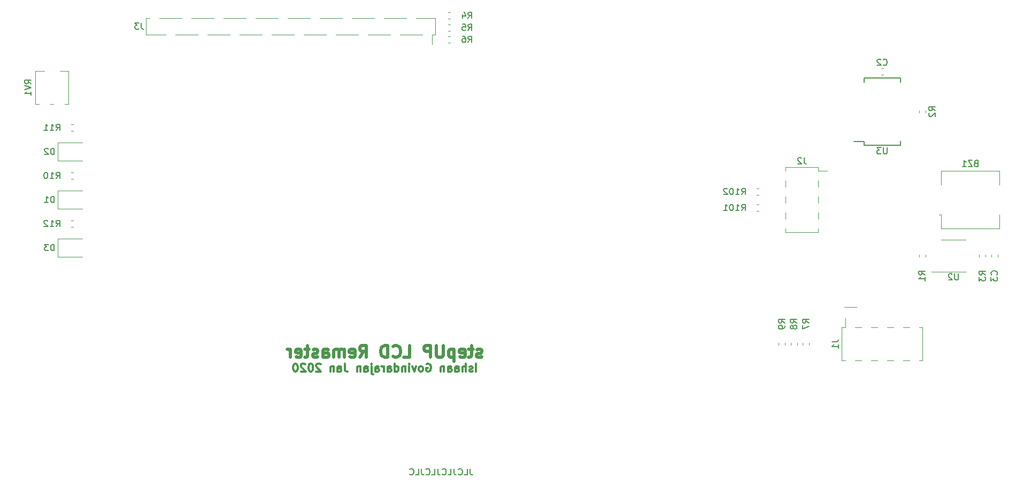
<source format=gbr>
G04 #@! TF.GenerationSoftware,KiCad,Pcbnew,(5.1.4)-1*
G04 #@! TF.CreationDate,2020-03-27T04:02:31-04:00*
G04 #@! TF.ProjectId,stepUP_lcd,73746570-5550-45f6-9c63-642e6b696361,rev?*
G04 #@! TF.SameCoordinates,Original*
G04 #@! TF.FileFunction,Legend,Bot*
G04 #@! TF.FilePolarity,Positive*
%FSLAX46Y46*%
G04 Gerber Fmt 4.6, Leading zero omitted, Abs format (unit mm)*
G04 Created by KiCad (PCBNEW (5.1.4)-1) date 2020-03-27 04:02:31*
%MOMM*%
%LPD*%
G04 APERTURE LIST*
%ADD10C,0.150000*%
%ADD11C,0.317500*%
%ADD12C,0.476250*%
%ADD13C,0.120000*%
%ADD14C,0.100000*%
%ADD15C,1.052000*%
%ADD16C,0.702000*%
%ADD17R,1.402000X2.102000*%
%ADD18R,2.102000X2.102000*%
%ADD19R,1.302000X4.852000*%
%ADD20R,2.102000X4.302000*%
%ADD21O,1.902000X2.502000*%
%ADD22C,6.502000*%
%ADD23C,10.702000*%
%ADD24C,9.402000*%
%ADD25R,1.852000X0.552000*%
%ADD26R,1.102000X2.612000*%
%ADD27R,3.252000X1.102000*%
G04 APERTURE END LIST*
D10*
X134769047Y-117632380D02*
X134769047Y-118346666D01*
X134816666Y-118489523D01*
X134911904Y-118584761D01*
X135054761Y-118632380D01*
X135150000Y-118632380D01*
X133816666Y-118632380D02*
X134292857Y-118632380D01*
X134292857Y-117632380D01*
X132911904Y-118537142D02*
X132959523Y-118584761D01*
X133102380Y-118632380D01*
X133197619Y-118632380D01*
X133340476Y-118584761D01*
X133435714Y-118489523D01*
X133483333Y-118394285D01*
X133530952Y-118203809D01*
X133530952Y-118060952D01*
X133483333Y-117870476D01*
X133435714Y-117775238D01*
X133340476Y-117680000D01*
X133197619Y-117632380D01*
X133102380Y-117632380D01*
X132959523Y-117680000D01*
X132911904Y-117727619D01*
X132197619Y-117632380D02*
X132197619Y-118346666D01*
X132245238Y-118489523D01*
X132340476Y-118584761D01*
X132483333Y-118632380D01*
X132578571Y-118632380D01*
X131245238Y-118632380D02*
X131721428Y-118632380D01*
X131721428Y-117632380D01*
X130340476Y-118537142D02*
X130388095Y-118584761D01*
X130530952Y-118632380D01*
X130626190Y-118632380D01*
X130769047Y-118584761D01*
X130864285Y-118489523D01*
X130911904Y-118394285D01*
X130959523Y-118203809D01*
X130959523Y-118060952D01*
X130911904Y-117870476D01*
X130864285Y-117775238D01*
X130769047Y-117680000D01*
X130626190Y-117632380D01*
X130530952Y-117632380D01*
X130388095Y-117680000D01*
X130340476Y-117727619D01*
X129626190Y-117632380D02*
X129626190Y-118346666D01*
X129673809Y-118489523D01*
X129769047Y-118584761D01*
X129911904Y-118632380D01*
X130007142Y-118632380D01*
X128673809Y-118632380D02*
X129150000Y-118632380D01*
X129150000Y-117632380D01*
X127769047Y-118537142D02*
X127816666Y-118584761D01*
X127959523Y-118632380D01*
X128054761Y-118632380D01*
X128197619Y-118584761D01*
X128292857Y-118489523D01*
X128340476Y-118394285D01*
X128388095Y-118203809D01*
X128388095Y-118060952D01*
X128340476Y-117870476D01*
X128292857Y-117775238D01*
X128197619Y-117680000D01*
X128054761Y-117632380D01*
X127959523Y-117632380D01*
X127816666Y-117680000D01*
X127769047Y-117727619D01*
X127054761Y-117632380D02*
X127054761Y-118346666D01*
X127102380Y-118489523D01*
X127197619Y-118584761D01*
X127340476Y-118632380D01*
X127435714Y-118632380D01*
X126102380Y-118632380D02*
X126578571Y-118632380D01*
X126578571Y-117632380D01*
X125197619Y-118537142D02*
X125245238Y-118584761D01*
X125388095Y-118632380D01*
X125483333Y-118632380D01*
X125626190Y-118584761D01*
X125721428Y-118489523D01*
X125769047Y-118394285D01*
X125816666Y-118203809D01*
X125816666Y-118060952D01*
X125769047Y-117870476D01*
X125721428Y-117775238D01*
X125626190Y-117680000D01*
X125483333Y-117632380D01*
X125388095Y-117632380D01*
X125245238Y-117680000D01*
X125197619Y-117727619D01*
D11*
X135713809Y-102244523D02*
X135713809Y-100974523D01*
X135169523Y-102184047D02*
X135048571Y-102244523D01*
X134806666Y-102244523D01*
X134685714Y-102184047D01*
X134625238Y-102063095D01*
X134625238Y-102002619D01*
X134685714Y-101881666D01*
X134806666Y-101821190D01*
X134988095Y-101821190D01*
X135109047Y-101760714D01*
X135169523Y-101639761D01*
X135169523Y-101579285D01*
X135109047Y-101458333D01*
X134988095Y-101397857D01*
X134806666Y-101397857D01*
X134685714Y-101458333D01*
X134080952Y-102244523D02*
X134080952Y-100974523D01*
X133536666Y-102244523D02*
X133536666Y-101579285D01*
X133597142Y-101458333D01*
X133718095Y-101397857D01*
X133899523Y-101397857D01*
X134020476Y-101458333D01*
X134080952Y-101518809D01*
X132387619Y-102244523D02*
X132387619Y-101579285D01*
X132448095Y-101458333D01*
X132569047Y-101397857D01*
X132810952Y-101397857D01*
X132931904Y-101458333D01*
X132387619Y-102184047D02*
X132508571Y-102244523D01*
X132810952Y-102244523D01*
X132931904Y-102184047D01*
X132992380Y-102063095D01*
X132992380Y-101942142D01*
X132931904Y-101821190D01*
X132810952Y-101760714D01*
X132508571Y-101760714D01*
X132387619Y-101700238D01*
X131238571Y-102244523D02*
X131238571Y-101579285D01*
X131299047Y-101458333D01*
X131420000Y-101397857D01*
X131661904Y-101397857D01*
X131782857Y-101458333D01*
X131238571Y-102184047D02*
X131359523Y-102244523D01*
X131661904Y-102244523D01*
X131782857Y-102184047D01*
X131843333Y-102063095D01*
X131843333Y-101942142D01*
X131782857Y-101821190D01*
X131661904Y-101760714D01*
X131359523Y-101760714D01*
X131238571Y-101700238D01*
X130633809Y-101397857D02*
X130633809Y-102244523D01*
X130633809Y-101518809D02*
X130573333Y-101458333D01*
X130452380Y-101397857D01*
X130270952Y-101397857D01*
X130150000Y-101458333D01*
X130089523Y-101579285D01*
X130089523Y-102244523D01*
X127851904Y-101035000D02*
X127972857Y-100974523D01*
X128154285Y-100974523D01*
X128335714Y-101035000D01*
X128456666Y-101155952D01*
X128517142Y-101276904D01*
X128577619Y-101518809D01*
X128577619Y-101700238D01*
X128517142Y-101942142D01*
X128456666Y-102063095D01*
X128335714Y-102184047D01*
X128154285Y-102244523D01*
X128033333Y-102244523D01*
X127851904Y-102184047D01*
X127791428Y-102123571D01*
X127791428Y-101700238D01*
X128033333Y-101700238D01*
X127065714Y-102244523D02*
X127186666Y-102184047D01*
X127247142Y-102123571D01*
X127307619Y-102002619D01*
X127307619Y-101639761D01*
X127247142Y-101518809D01*
X127186666Y-101458333D01*
X127065714Y-101397857D01*
X126884285Y-101397857D01*
X126763333Y-101458333D01*
X126702857Y-101518809D01*
X126642380Y-101639761D01*
X126642380Y-102002619D01*
X126702857Y-102123571D01*
X126763333Y-102184047D01*
X126884285Y-102244523D01*
X127065714Y-102244523D01*
X126219047Y-101397857D02*
X125916666Y-102244523D01*
X125614285Y-101397857D01*
X125130476Y-102244523D02*
X125130476Y-101397857D01*
X125130476Y-100974523D02*
X125190952Y-101035000D01*
X125130476Y-101095476D01*
X125070000Y-101035000D01*
X125130476Y-100974523D01*
X125130476Y-101095476D01*
X124525714Y-101397857D02*
X124525714Y-102244523D01*
X124525714Y-101518809D02*
X124465238Y-101458333D01*
X124344285Y-101397857D01*
X124162857Y-101397857D01*
X124041904Y-101458333D01*
X123981428Y-101579285D01*
X123981428Y-102244523D01*
X122832380Y-102244523D02*
X122832380Y-100974523D01*
X122832380Y-102184047D02*
X122953333Y-102244523D01*
X123195238Y-102244523D01*
X123316190Y-102184047D01*
X123376666Y-102123571D01*
X123437142Y-102002619D01*
X123437142Y-101639761D01*
X123376666Y-101518809D01*
X123316190Y-101458333D01*
X123195238Y-101397857D01*
X122953333Y-101397857D01*
X122832380Y-101458333D01*
X121683333Y-102244523D02*
X121683333Y-101579285D01*
X121743809Y-101458333D01*
X121864761Y-101397857D01*
X122106666Y-101397857D01*
X122227619Y-101458333D01*
X121683333Y-102184047D02*
X121804285Y-102244523D01*
X122106666Y-102244523D01*
X122227619Y-102184047D01*
X122288095Y-102063095D01*
X122288095Y-101942142D01*
X122227619Y-101821190D01*
X122106666Y-101760714D01*
X121804285Y-101760714D01*
X121683333Y-101700238D01*
X121078571Y-102244523D02*
X121078571Y-101397857D01*
X121078571Y-101639761D02*
X121018095Y-101518809D01*
X120957619Y-101458333D01*
X120836666Y-101397857D01*
X120715714Y-101397857D01*
X119748095Y-102244523D02*
X119748095Y-101579285D01*
X119808571Y-101458333D01*
X119929523Y-101397857D01*
X120171428Y-101397857D01*
X120292380Y-101458333D01*
X119748095Y-102184047D02*
X119869047Y-102244523D01*
X120171428Y-102244523D01*
X120292380Y-102184047D01*
X120352857Y-102063095D01*
X120352857Y-101942142D01*
X120292380Y-101821190D01*
X120171428Y-101760714D01*
X119869047Y-101760714D01*
X119748095Y-101700238D01*
X119143333Y-101397857D02*
X119143333Y-102486428D01*
X119203809Y-102607380D01*
X119324761Y-102667857D01*
X119385238Y-102667857D01*
X119143333Y-100974523D02*
X119203809Y-101035000D01*
X119143333Y-101095476D01*
X119082857Y-101035000D01*
X119143333Y-100974523D01*
X119143333Y-101095476D01*
X117994285Y-102244523D02*
X117994285Y-101579285D01*
X118054761Y-101458333D01*
X118175714Y-101397857D01*
X118417619Y-101397857D01*
X118538571Y-101458333D01*
X117994285Y-102184047D02*
X118115238Y-102244523D01*
X118417619Y-102244523D01*
X118538571Y-102184047D01*
X118599047Y-102063095D01*
X118599047Y-101942142D01*
X118538571Y-101821190D01*
X118417619Y-101760714D01*
X118115238Y-101760714D01*
X117994285Y-101700238D01*
X117389523Y-101397857D02*
X117389523Y-102244523D01*
X117389523Y-101518809D02*
X117329047Y-101458333D01*
X117208095Y-101397857D01*
X117026666Y-101397857D01*
X116905714Y-101458333D01*
X116845238Y-101579285D01*
X116845238Y-102244523D01*
X114910000Y-100974523D02*
X114910000Y-101881666D01*
X114970476Y-102063095D01*
X115091428Y-102184047D01*
X115272857Y-102244523D01*
X115393809Y-102244523D01*
X113760952Y-102244523D02*
X113760952Y-101579285D01*
X113821428Y-101458333D01*
X113942380Y-101397857D01*
X114184285Y-101397857D01*
X114305238Y-101458333D01*
X113760952Y-102184047D02*
X113881904Y-102244523D01*
X114184285Y-102244523D01*
X114305238Y-102184047D01*
X114365714Y-102063095D01*
X114365714Y-101942142D01*
X114305238Y-101821190D01*
X114184285Y-101760714D01*
X113881904Y-101760714D01*
X113760952Y-101700238D01*
X113156190Y-101397857D02*
X113156190Y-102244523D01*
X113156190Y-101518809D02*
X113095714Y-101458333D01*
X112974761Y-101397857D01*
X112793333Y-101397857D01*
X112672380Y-101458333D01*
X112611904Y-101579285D01*
X112611904Y-102244523D01*
X111100000Y-101095476D02*
X111039523Y-101035000D01*
X110918571Y-100974523D01*
X110616190Y-100974523D01*
X110495238Y-101035000D01*
X110434761Y-101095476D01*
X110374285Y-101216428D01*
X110374285Y-101337380D01*
X110434761Y-101518809D01*
X111160476Y-102244523D01*
X110374285Y-102244523D01*
X109588095Y-100974523D02*
X109467142Y-100974523D01*
X109346190Y-101035000D01*
X109285714Y-101095476D01*
X109225238Y-101216428D01*
X109164761Y-101458333D01*
X109164761Y-101760714D01*
X109225238Y-102002619D01*
X109285714Y-102123571D01*
X109346190Y-102184047D01*
X109467142Y-102244523D01*
X109588095Y-102244523D01*
X109709047Y-102184047D01*
X109769523Y-102123571D01*
X109830000Y-102002619D01*
X109890476Y-101760714D01*
X109890476Y-101458333D01*
X109830000Y-101216428D01*
X109769523Y-101095476D01*
X109709047Y-101035000D01*
X109588095Y-100974523D01*
X108680952Y-101095476D02*
X108620476Y-101035000D01*
X108499523Y-100974523D01*
X108197142Y-100974523D01*
X108076190Y-101035000D01*
X108015714Y-101095476D01*
X107955238Y-101216428D01*
X107955238Y-101337380D01*
X108015714Y-101518809D01*
X108741428Y-102244523D01*
X107955238Y-102244523D01*
X107169047Y-100974523D02*
X107048095Y-100974523D01*
X106927142Y-101035000D01*
X106866666Y-101095476D01*
X106806190Y-101216428D01*
X106745714Y-101458333D01*
X106745714Y-101760714D01*
X106806190Y-102002619D01*
X106866666Y-102123571D01*
X106927142Y-102184047D01*
X107048095Y-102244523D01*
X107169047Y-102244523D01*
X107290000Y-102184047D01*
X107350476Y-102123571D01*
X107410952Y-102002619D01*
X107471428Y-101760714D01*
X107471428Y-101458333D01*
X107410952Y-101216428D01*
X107350476Y-101095476D01*
X107290000Y-101035000D01*
X107169047Y-100974523D01*
D12*
X136590714Y-99901071D02*
X136409285Y-99991785D01*
X136046428Y-99991785D01*
X135865000Y-99901071D01*
X135774285Y-99719642D01*
X135774285Y-99628928D01*
X135865000Y-99447500D01*
X136046428Y-99356785D01*
X136318571Y-99356785D01*
X136500000Y-99266071D01*
X136590714Y-99084642D01*
X136590714Y-98993928D01*
X136500000Y-98812500D01*
X136318571Y-98721785D01*
X136046428Y-98721785D01*
X135865000Y-98812500D01*
X135230000Y-98721785D02*
X134504285Y-98721785D01*
X134957857Y-98086785D02*
X134957857Y-99719642D01*
X134867142Y-99901071D01*
X134685714Y-99991785D01*
X134504285Y-99991785D01*
X133143571Y-99901071D02*
X133325000Y-99991785D01*
X133687857Y-99991785D01*
X133869285Y-99901071D01*
X133960000Y-99719642D01*
X133960000Y-98993928D01*
X133869285Y-98812500D01*
X133687857Y-98721785D01*
X133325000Y-98721785D01*
X133143571Y-98812500D01*
X133052857Y-98993928D01*
X133052857Y-99175357D01*
X133960000Y-99356785D01*
X132236428Y-98721785D02*
X132236428Y-100626785D01*
X132236428Y-98812500D02*
X132055000Y-98721785D01*
X131692142Y-98721785D01*
X131510714Y-98812500D01*
X131420000Y-98903214D01*
X131329285Y-99084642D01*
X131329285Y-99628928D01*
X131420000Y-99810357D01*
X131510714Y-99901071D01*
X131692142Y-99991785D01*
X132055000Y-99991785D01*
X132236428Y-99901071D01*
X130512857Y-98086785D02*
X130512857Y-99628928D01*
X130422142Y-99810357D01*
X130331428Y-99901071D01*
X130150000Y-99991785D01*
X129787142Y-99991785D01*
X129605714Y-99901071D01*
X129515000Y-99810357D01*
X129424285Y-99628928D01*
X129424285Y-98086785D01*
X128517142Y-99991785D02*
X128517142Y-98086785D01*
X127791428Y-98086785D01*
X127610000Y-98177500D01*
X127519285Y-98268214D01*
X127428571Y-98449642D01*
X127428571Y-98721785D01*
X127519285Y-98903214D01*
X127610000Y-98993928D01*
X127791428Y-99084642D01*
X128517142Y-99084642D01*
X124253571Y-99991785D02*
X125160714Y-99991785D01*
X125160714Y-98086785D01*
X122530000Y-99810357D02*
X122620714Y-99901071D01*
X122892857Y-99991785D01*
X123074285Y-99991785D01*
X123346428Y-99901071D01*
X123527857Y-99719642D01*
X123618571Y-99538214D01*
X123709285Y-99175357D01*
X123709285Y-98903214D01*
X123618571Y-98540357D01*
X123527857Y-98358928D01*
X123346428Y-98177500D01*
X123074285Y-98086785D01*
X122892857Y-98086785D01*
X122620714Y-98177500D01*
X122530000Y-98268214D01*
X121713571Y-99991785D02*
X121713571Y-98086785D01*
X121260000Y-98086785D01*
X120987857Y-98177500D01*
X120806428Y-98358928D01*
X120715714Y-98540357D01*
X120625000Y-98903214D01*
X120625000Y-99175357D01*
X120715714Y-99538214D01*
X120806428Y-99719642D01*
X120987857Y-99901071D01*
X121260000Y-99991785D01*
X121713571Y-99991785D01*
X117268571Y-99991785D02*
X117903571Y-99084642D01*
X118357142Y-99991785D02*
X118357142Y-98086785D01*
X117631428Y-98086785D01*
X117450000Y-98177500D01*
X117359285Y-98268214D01*
X117268571Y-98449642D01*
X117268571Y-98721785D01*
X117359285Y-98903214D01*
X117450000Y-98993928D01*
X117631428Y-99084642D01*
X118357142Y-99084642D01*
X115726428Y-99901071D02*
X115907857Y-99991785D01*
X116270714Y-99991785D01*
X116452142Y-99901071D01*
X116542857Y-99719642D01*
X116542857Y-98993928D01*
X116452142Y-98812500D01*
X116270714Y-98721785D01*
X115907857Y-98721785D01*
X115726428Y-98812500D01*
X115635714Y-98993928D01*
X115635714Y-99175357D01*
X116542857Y-99356785D01*
X114819285Y-99991785D02*
X114819285Y-98721785D01*
X114819285Y-98903214D02*
X114728571Y-98812500D01*
X114547142Y-98721785D01*
X114275000Y-98721785D01*
X114093571Y-98812500D01*
X114002857Y-98993928D01*
X114002857Y-99991785D01*
X114002857Y-98993928D02*
X113912142Y-98812500D01*
X113730714Y-98721785D01*
X113458571Y-98721785D01*
X113277142Y-98812500D01*
X113186428Y-98993928D01*
X113186428Y-99991785D01*
X111462857Y-99991785D02*
X111462857Y-98993928D01*
X111553571Y-98812500D01*
X111735000Y-98721785D01*
X112097857Y-98721785D01*
X112279285Y-98812500D01*
X111462857Y-99901071D02*
X111644285Y-99991785D01*
X112097857Y-99991785D01*
X112279285Y-99901071D01*
X112370000Y-99719642D01*
X112370000Y-99538214D01*
X112279285Y-99356785D01*
X112097857Y-99266071D01*
X111644285Y-99266071D01*
X111462857Y-99175357D01*
X110646428Y-99901071D02*
X110465000Y-99991785D01*
X110102142Y-99991785D01*
X109920714Y-99901071D01*
X109830000Y-99719642D01*
X109830000Y-99628928D01*
X109920714Y-99447500D01*
X110102142Y-99356785D01*
X110374285Y-99356785D01*
X110555714Y-99266071D01*
X110646428Y-99084642D01*
X110646428Y-98993928D01*
X110555714Y-98812500D01*
X110374285Y-98721785D01*
X110102142Y-98721785D01*
X109920714Y-98812500D01*
X109285714Y-98721785D02*
X108560000Y-98721785D01*
X109013571Y-98086785D02*
X109013571Y-99719642D01*
X108922857Y-99901071D01*
X108741428Y-99991785D01*
X108560000Y-99991785D01*
X107199285Y-99901071D02*
X107380714Y-99991785D01*
X107743571Y-99991785D01*
X107925000Y-99901071D01*
X108015714Y-99719642D01*
X108015714Y-98993928D01*
X107925000Y-98812500D01*
X107743571Y-98721785D01*
X107380714Y-98721785D01*
X107199285Y-98812500D01*
X107108571Y-98993928D01*
X107108571Y-99175357D01*
X108015714Y-99356785D01*
X106292142Y-99991785D02*
X106292142Y-98721785D01*
X106292142Y-99084642D02*
X106201428Y-98903214D01*
X106110714Y-98812500D01*
X105929285Y-98721785D01*
X105747857Y-98721785D01*
D13*
X194031000Y-92018000D02*
X195936000Y-92018000D01*
X180486267Y-73220000D02*
X180143733Y-73220000D01*
X180486267Y-74240000D02*
X180143733Y-74240000D01*
X180486267Y-75760000D02*
X180143733Y-75760000D01*
X180486267Y-76780000D02*
X180143733Y-76780000D01*
X211293000Y-81306000D02*
X213243000Y-81306000D01*
X211293000Y-81306000D02*
X209343000Y-81306000D01*
X211293000Y-86426000D02*
X213243000Y-86426000D01*
X211293000Y-86426000D02*
X207843000Y-86426000D01*
X70595000Y-59840000D02*
X71175000Y-59840000D01*
X68295000Y-59840000D02*
X68815000Y-59840000D01*
X65935000Y-59840000D02*
X66516000Y-59840000D01*
X69795000Y-54600000D02*
X71175000Y-54600000D01*
X65935000Y-54600000D02*
X67315000Y-54600000D01*
X71175000Y-54600000D02*
X71175000Y-59840000D01*
X65935000Y-54600000D02*
X65935000Y-59840000D01*
X193590000Y-95260000D02*
X193590000Y-100460000D01*
X206410000Y-95260000D02*
X206410000Y-100460000D01*
X194160000Y-93820000D02*
X194160000Y-95260000D01*
X193590000Y-95260000D02*
X194160000Y-95260000D01*
X193590000Y-100460000D02*
X194160000Y-100460000D01*
X205840000Y-95260000D02*
X206410000Y-95260000D01*
X205840000Y-100460000D02*
X206410000Y-100460000D01*
X195680000Y-95260000D02*
X196700000Y-95260000D01*
X195680000Y-100460000D02*
X196700000Y-100460000D01*
X198220000Y-95260000D02*
X199240000Y-95260000D01*
X198220000Y-100460000D02*
X199240000Y-100460000D01*
X200760000Y-95260000D02*
X201780000Y-95260000D01*
X200760000Y-100460000D02*
X201780000Y-100460000D01*
X203300000Y-95260000D02*
X204320000Y-95260000D01*
X203300000Y-100460000D02*
X204320000Y-100460000D01*
X209370000Y-77400000D02*
X208970000Y-77400000D01*
X209370000Y-79600000D02*
X209370000Y-77400000D01*
X209370000Y-72600000D02*
X209370000Y-70400000D01*
X218570000Y-72600000D02*
X218570000Y-70400000D01*
X218570000Y-70400000D02*
X209370000Y-70400000D01*
X218570000Y-79600000D02*
X218570000Y-77400000D01*
X209370000Y-79600000D02*
X218570000Y-79600000D01*
X73330000Y-84080000D02*
X69445000Y-84080000D01*
X69445000Y-84080000D02*
X69445000Y-81160000D01*
X69445000Y-81160000D02*
X73330000Y-81160000D01*
X73330000Y-68840000D02*
X69445000Y-68840000D01*
X69445000Y-68840000D02*
X69445000Y-65920000D01*
X69445000Y-65920000D02*
X73330000Y-65920000D01*
X73330000Y-76460000D02*
X69445000Y-76460000D01*
X69445000Y-76460000D02*
X69445000Y-73540000D01*
X69445000Y-73540000D02*
X73330000Y-73540000D01*
D10*
X197125000Y-66355000D02*
X197125000Y-65780000D01*
X202875000Y-66355000D02*
X202875000Y-65705000D01*
X202875000Y-55705000D02*
X202875000Y-56355000D01*
X197125000Y-55705000D02*
X197125000Y-56355000D01*
X197125000Y-66355000D02*
X202875000Y-66355000D01*
X197125000Y-55705000D02*
X202875000Y-55705000D01*
X197125000Y-65780000D02*
X195525000Y-65780000D01*
D13*
X71901267Y-79320000D02*
X71558733Y-79320000D01*
X71901267Y-78300000D02*
X71558733Y-78300000D01*
X71901267Y-64080000D02*
X71558733Y-64080000D01*
X71901267Y-63060000D02*
X71558733Y-63060000D01*
X71901267Y-71700000D02*
X71558733Y-71700000D01*
X71901267Y-70680000D02*
X71558733Y-70680000D01*
X183615000Y-98031267D02*
X183615000Y-97688733D01*
X184635000Y-98031267D02*
X184635000Y-97688733D01*
X185520000Y-98031267D02*
X185520000Y-97688733D01*
X186540000Y-98031267D02*
X186540000Y-97688733D01*
X187425000Y-98031267D02*
X187425000Y-97688733D01*
X188445000Y-98031267D02*
X188445000Y-97688733D01*
X131591267Y-50110000D02*
X131248733Y-50110000D01*
X131591267Y-49090000D02*
X131248733Y-49090000D01*
X131591267Y-48205000D02*
X131248733Y-48205000D01*
X131591267Y-47185000D02*
X131248733Y-47185000D01*
X131591267Y-46300000D02*
X131248733Y-46300000D01*
X131591267Y-45280000D02*
X131248733Y-45280000D01*
X215365000Y-84061267D02*
X215365000Y-83718733D01*
X216385000Y-84061267D02*
X216385000Y-83718733D01*
X206860000Y-60858733D02*
X206860000Y-61201267D01*
X205840000Y-60858733D02*
X205840000Y-61201267D01*
X206860000Y-83718733D02*
X206860000Y-84061267D01*
X205840000Y-83718733D02*
X205840000Y-84061267D01*
X129260000Y-48830000D02*
X129260000Y-46170000D01*
X83420000Y-48830000D02*
X83420000Y-46170000D01*
X129260000Y-46170000D02*
X126150000Y-46170000D01*
X128690000Y-48830000D02*
X128690000Y-50350000D01*
X129260000Y-48830000D02*
X128690000Y-48830000D01*
X83990000Y-46170000D02*
X83420000Y-46170000D01*
X124630000Y-46170000D02*
X121070000Y-46170000D01*
X119550000Y-46170000D02*
X115990000Y-46170000D01*
X114470000Y-46170000D02*
X110910000Y-46170000D01*
X109390000Y-46170000D02*
X105830000Y-46170000D01*
X104310000Y-46170000D02*
X100750000Y-46170000D01*
X99230000Y-46170000D02*
X95670000Y-46170000D01*
X94150000Y-46170000D02*
X90590000Y-46170000D01*
X89070000Y-46170000D02*
X85510000Y-46170000D01*
X127170000Y-48830000D02*
X123610000Y-48830000D01*
X122090000Y-48830000D02*
X118530000Y-48830000D01*
X117010000Y-48830000D02*
X113450000Y-48830000D01*
X111930000Y-48830000D02*
X108370000Y-48830000D01*
X106850000Y-48830000D02*
X103290000Y-48830000D01*
X101770000Y-48830000D02*
X98210000Y-48830000D01*
X96690000Y-48830000D02*
X93130000Y-48830000D01*
X91610000Y-48830000D02*
X88050000Y-48830000D01*
X86530000Y-48830000D02*
X83420000Y-48830000D01*
X184700000Y-77030000D02*
X184700000Y-78050000D01*
X189900000Y-77030000D02*
X189900000Y-78050000D01*
X184700000Y-74490000D02*
X184700000Y-75510000D01*
X189900000Y-74490000D02*
X189900000Y-75510000D01*
X184700000Y-71950000D02*
X184700000Y-72970000D01*
X189900000Y-71950000D02*
X189900000Y-72970000D01*
X184700000Y-79570000D02*
X184700000Y-80140000D01*
X189900000Y-79570000D02*
X189900000Y-80140000D01*
X184700000Y-69860000D02*
X184700000Y-70430000D01*
X189900000Y-69860000D02*
X189900000Y-70430000D01*
X191340000Y-70430000D02*
X189900000Y-70430000D01*
X189900000Y-80140000D02*
X184700000Y-80140000D01*
X189900000Y-69860000D02*
X184700000Y-69860000D01*
X218290000Y-83718733D02*
X218290000Y-84061267D01*
X217270000Y-83718733D02*
X217270000Y-84061267D01*
X200171267Y-55190000D02*
X199828733Y-55190000D01*
X200171267Y-54170000D02*
X199828733Y-54170000D01*
D10*
X177751047Y-74182380D02*
X178084380Y-73706190D01*
X178322476Y-74182380D02*
X178322476Y-73182380D01*
X177941523Y-73182380D01*
X177846285Y-73230000D01*
X177798666Y-73277619D01*
X177751047Y-73372857D01*
X177751047Y-73515714D01*
X177798666Y-73610952D01*
X177846285Y-73658571D01*
X177941523Y-73706190D01*
X178322476Y-73706190D01*
X176798666Y-74182380D02*
X177370095Y-74182380D01*
X177084380Y-74182380D02*
X177084380Y-73182380D01*
X177179619Y-73325238D01*
X177274857Y-73420476D01*
X177370095Y-73468095D01*
X176179619Y-73182380D02*
X176084380Y-73182380D01*
X175989142Y-73230000D01*
X175941523Y-73277619D01*
X175893904Y-73372857D01*
X175846285Y-73563333D01*
X175846285Y-73801428D01*
X175893904Y-73991904D01*
X175941523Y-74087142D01*
X175989142Y-74134761D01*
X176084380Y-74182380D01*
X176179619Y-74182380D01*
X176274857Y-74134761D01*
X176322476Y-74087142D01*
X176370095Y-73991904D01*
X176417714Y-73801428D01*
X176417714Y-73563333D01*
X176370095Y-73372857D01*
X176322476Y-73277619D01*
X176274857Y-73230000D01*
X176179619Y-73182380D01*
X175465333Y-73277619D02*
X175417714Y-73230000D01*
X175322476Y-73182380D01*
X175084380Y-73182380D01*
X174989142Y-73230000D01*
X174941523Y-73277619D01*
X174893904Y-73372857D01*
X174893904Y-73468095D01*
X174941523Y-73610952D01*
X175512952Y-74182380D01*
X174893904Y-74182380D01*
X177751047Y-76722380D02*
X178084380Y-76246190D01*
X178322476Y-76722380D02*
X178322476Y-75722380D01*
X177941523Y-75722380D01*
X177846285Y-75770000D01*
X177798666Y-75817619D01*
X177751047Y-75912857D01*
X177751047Y-76055714D01*
X177798666Y-76150952D01*
X177846285Y-76198571D01*
X177941523Y-76246190D01*
X178322476Y-76246190D01*
X176798666Y-76722380D02*
X177370095Y-76722380D01*
X177084380Y-76722380D02*
X177084380Y-75722380D01*
X177179619Y-75865238D01*
X177274857Y-75960476D01*
X177370095Y-76008095D01*
X176179619Y-75722380D02*
X176084380Y-75722380D01*
X175989142Y-75770000D01*
X175941523Y-75817619D01*
X175893904Y-75912857D01*
X175846285Y-76103333D01*
X175846285Y-76341428D01*
X175893904Y-76531904D01*
X175941523Y-76627142D01*
X175989142Y-76674761D01*
X176084380Y-76722380D01*
X176179619Y-76722380D01*
X176274857Y-76674761D01*
X176322476Y-76627142D01*
X176370095Y-76531904D01*
X176417714Y-76341428D01*
X176417714Y-76103333D01*
X176370095Y-75912857D01*
X176322476Y-75817619D01*
X176274857Y-75770000D01*
X176179619Y-75722380D01*
X174893904Y-76722380D02*
X175465333Y-76722380D01*
X175179619Y-76722380D02*
X175179619Y-75722380D01*
X175274857Y-75865238D01*
X175370095Y-75960476D01*
X175465333Y-76008095D01*
X212054904Y-86718380D02*
X212054904Y-87527904D01*
X212007285Y-87623142D01*
X211959666Y-87670761D01*
X211864428Y-87718380D01*
X211673952Y-87718380D01*
X211578714Y-87670761D01*
X211531095Y-87623142D01*
X211483476Y-87527904D01*
X211483476Y-86718380D01*
X211054904Y-86813619D02*
X211007285Y-86766000D01*
X210912047Y-86718380D01*
X210673952Y-86718380D01*
X210578714Y-86766000D01*
X210531095Y-86813619D01*
X210483476Y-86908857D01*
X210483476Y-87004095D01*
X210531095Y-87146952D01*
X211102523Y-87718380D01*
X210483476Y-87718380D01*
X65257380Y-56624761D02*
X64781190Y-56291428D01*
X65257380Y-56053333D02*
X64257380Y-56053333D01*
X64257380Y-56434285D01*
X64305000Y-56529523D01*
X64352619Y-56577142D01*
X64447857Y-56624761D01*
X64590714Y-56624761D01*
X64685952Y-56577142D01*
X64733571Y-56529523D01*
X64781190Y-56434285D01*
X64781190Y-56053333D01*
X64257380Y-56910476D02*
X65257380Y-57243809D01*
X64257380Y-57577142D01*
X65257380Y-58434285D02*
X65257380Y-57862857D01*
X65257380Y-58148571D02*
X64257380Y-58148571D01*
X64400238Y-58053333D01*
X64495476Y-57958095D01*
X64543095Y-57862857D01*
X192042380Y-97526666D02*
X192756666Y-97526666D01*
X192899523Y-97479047D01*
X192994761Y-97383809D01*
X193042380Y-97240952D01*
X193042380Y-97145714D01*
X193042380Y-98526666D02*
X193042380Y-97955238D01*
X193042380Y-98240952D02*
X192042380Y-98240952D01*
X192185238Y-98145714D01*
X192280476Y-98050476D01*
X192328095Y-97955238D01*
X214850952Y-69213571D02*
X214708095Y-69261190D01*
X214660476Y-69308809D01*
X214612857Y-69404047D01*
X214612857Y-69546904D01*
X214660476Y-69642142D01*
X214708095Y-69689761D01*
X214803333Y-69737380D01*
X215184285Y-69737380D01*
X215184285Y-68737380D01*
X214850952Y-68737380D01*
X214755714Y-68785000D01*
X214708095Y-68832619D01*
X214660476Y-68927857D01*
X214660476Y-69023095D01*
X214708095Y-69118333D01*
X214755714Y-69165952D01*
X214850952Y-69213571D01*
X215184285Y-69213571D01*
X214279523Y-68737380D02*
X213612857Y-68737380D01*
X214279523Y-69737380D01*
X213612857Y-69737380D01*
X212708095Y-69737380D02*
X213279523Y-69737380D01*
X212993809Y-69737380D02*
X212993809Y-68737380D01*
X213089047Y-68880238D01*
X213184285Y-68975476D01*
X213279523Y-69023095D01*
X68912095Y-83072380D02*
X68912095Y-82072380D01*
X68674000Y-82072380D01*
X68531142Y-82120000D01*
X68435904Y-82215238D01*
X68388285Y-82310476D01*
X68340666Y-82500952D01*
X68340666Y-82643809D01*
X68388285Y-82834285D01*
X68435904Y-82929523D01*
X68531142Y-83024761D01*
X68674000Y-83072380D01*
X68912095Y-83072380D01*
X68007333Y-82072380D02*
X67388285Y-82072380D01*
X67721619Y-82453333D01*
X67578761Y-82453333D01*
X67483523Y-82500952D01*
X67435904Y-82548571D01*
X67388285Y-82643809D01*
X67388285Y-82881904D01*
X67435904Y-82977142D01*
X67483523Y-83024761D01*
X67578761Y-83072380D01*
X67864476Y-83072380D01*
X67959714Y-83024761D01*
X68007333Y-82977142D01*
X68912095Y-67832380D02*
X68912095Y-66832380D01*
X68674000Y-66832380D01*
X68531142Y-66880000D01*
X68435904Y-66975238D01*
X68388285Y-67070476D01*
X68340666Y-67260952D01*
X68340666Y-67403809D01*
X68388285Y-67594285D01*
X68435904Y-67689523D01*
X68531142Y-67784761D01*
X68674000Y-67832380D01*
X68912095Y-67832380D01*
X67959714Y-66927619D02*
X67912095Y-66880000D01*
X67816857Y-66832380D01*
X67578761Y-66832380D01*
X67483523Y-66880000D01*
X67435904Y-66927619D01*
X67388285Y-67022857D01*
X67388285Y-67118095D01*
X67435904Y-67260952D01*
X68007333Y-67832380D01*
X67388285Y-67832380D01*
X68912095Y-75452380D02*
X68912095Y-74452380D01*
X68674000Y-74452380D01*
X68531142Y-74500000D01*
X68435904Y-74595238D01*
X68388285Y-74690476D01*
X68340666Y-74880952D01*
X68340666Y-75023809D01*
X68388285Y-75214285D01*
X68435904Y-75309523D01*
X68531142Y-75404761D01*
X68674000Y-75452380D01*
X68912095Y-75452380D01*
X67388285Y-75452380D02*
X67959714Y-75452380D01*
X67674000Y-75452380D02*
X67674000Y-74452380D01*
X67769238Y-74595238D01*
X67864476Y-74690476D01*
X67959714Y-74738095D01*
X200761904Y-66732380D02*
X200761904Y-67541904D01*
X200714285Y-67637142D01*
X200666666Y-67684761D01*
X200571428Y-67732380D01*
X200380952Y-67732380D01*
X200285714Y-67684761D01*
X200238095Y-67637142D01*
X200190476Y-67541904D01*
X200190476Y-66732380D01*
X199809523Y-66732380D02*
X199190476Y-66732380D01*
X199523809Y-67113333D01*
X199380952Y-67113333D01*
X199285714Y-67160952D01*
X199238095Y-67208571D01*
X199190476Y-67303809D01*
X199190476Y-67541904D01*
X199238095Y-67637142D01*
X199285714Y-67684761D01*
X199380952Y-67732380D01*
X199666666Y-67732380D01*
X199761904Y-67684761D01*
X199809523Y-67637142D01*
X69197857Y-79262380D02*
X69531190Y-78786190D01*
X69769285Y-79262380D02*
X69769285Y-78262380D01*
X69388333Y-78262380D01*
X69293095Y-78310000D01*
X69245476Y-78357619D01*
X69197857Y-78452857D01*
X69197857Y-78595714D01*
X69245476Y-78690952D01*
X69293095Y-78738571D01*
X69388333Y-78786190D01*
X69769285Y-78786190D01*
X68245476Y-79262380D02*
X68816904Y-79262380D01*
X68531190Y-79262380D02*
X68531190Y-78262380D01*
X68626428Y-78405238D01*
X68721666Y-78500476D01*
X68816904Y-78548095D01*
X67864523Y-78357619D02*
X67816904Y-78310000D01*
X67721666Y-78262380D01*
X67483571Y-78262380D01*
X67388333Y-78310000D01*
X67340714Y-78357619D01*
X67293095Y-78452857D01*
X67293095Y-78548095D01*
X67340714Y-78690952D01*
X67912142Y-79262380D01*
X67293095Y-79262380D01*
X69197857Y-64022380D02*
X69531190Y-63546190D01*
X69769285Y-64022380D02*
X69769285Y-63022380D01*
X69388333Y-63022380D01*
X69293095Y-63070000D01*
X69245476Y-63117619D01*
X69197857Y-63212857D01*
X69197857Y-63355714D01*
X69245476Y-63450952D01*
X69293095Y-63498571D01*
X69388333Y-63546190D01*
X69769285Y-63546190D01*
X68245476Y-64022380D02*
X68816904Y-64022380D01*
X68531190Y-64022380D02*
X68531190Y-63022380D01*
X68626428Y-63165238D01*
X68721666Y-63260476D01*
X68816904Y-63308095D01*
X67293095Y-64022380D02*
X67864523Y-64022380D01*
X67578809Y-64022380D02*
X67578809Y-63022380D01*
X67674047Y-63165238D01*
X67769285Y-63260476D01*
X67864523Y-63308095D01*
X69197857Y-71642380D02*
X69531190Y-71166190D01*
X69769285Y-71642380D02*
X69769285Y-70642380D01*
X69388333Y-70642380D01*
X69293095Y-70690000D01*
X69245476Y-70737619D01*
X69197857Y-70832857D01*
X69197857Y-70975714D01*
X69245476Y-71070952D01*
X69293095Y-71118571D01*
X69388333Y-71166190D01*
X69769285Y-71166190D01*
X68245476Y-71642380D02*
X68816904Y-71642380D01*
X68531190Y-71642380D02*
X68531190Y-70642380D01*
X68626428Y-70785238D01*
X68721666Y-70880476D01*
X68816904Y-70928095D01*
X67626428Y-70642380D02*
X67531190Y-70642380D01*
X67435952Y-70690000D01*
X67388333Y-70737619D01*
X67340714Y-70832857D01*
X67293095Y-71023333D01*
X67293095Y-71261428D01*
X67340714Y-71451904D01*
X67388333Y-71547142D01*
X67435952Y-71594761D01*
X67531190Y-71642380D01*
X67626428Y-71642380D01*
X67721666Y-71594761D01*
X67769285Y-71547142D01*
X67816904Y-71451904D01*
X67864523Y-71261428D01*
X67864523Y-71023333D01*
X67816904Y-70832857D01*
X67769285Y-70737619D01*
X67721666Y-70690000D01*
X67626428Y-70642380D01*
X184577380Y-94518333D02*
X184101190Y-94185000D01*
X184577380Y-93946904D02*
X183577380Y-93946904D01*
X183577380Y-94327857D01*
X183625000Y-94423095D01*
X183672619Y-94470714D01*
X183767857Y-94518333D01*
X183910714Y-94518333D01*
X184005952Y-94470714D01*
X184053571Y-94423095D01*
X184101190Y-94327857D01*
X184101190Y-93946904D01*
X184577380Y-94994523D02*
X184577380Y-95185000D01*
X184529761Y-95280238D01*
X184482142Y-95327857D01*
X184339285Y-95423095D01*
X184148809Y-95470714D01*
X183767857Y-95470714D01*
X183672619Y-95423095D01*
X183625000Y-95375476D01*
X183577380Y-95280238D01*
X183577380Y-95089761D01*
X183625000Y-94994523D01*
X183672619Y-94946904D01*
X183767857Y-94899285D01*
X184005952Y-94899285D01*
X184101190Y-94946904D01*
X184148809Y-94994523D01*
X184196428Y-95089761D01*
X184196428Y-95280238D01*
X184148809Y-95375476D01*
X184101190Y-95423095D01*
X184005952Y-95470714D01*
X186482380Y-94518333D02*
X186006190Y-94185000D01*
X186482380Y-93946904D02*
X185482380Y-93946904D01*
X185482380Y-94327857D01*
X185530000Y-94423095D01*
X185577619Y-94470714D01*
X185672857Y-94518333D01*
X185815714Y-94518333D01*
X185910952Y-94470714D01*
X185958571Y-94423095D01*
X186006190Y-94327857D01*
X186006190Y-93946904D01*
X185910952Y-95089761D02*
X185863333Y-94994523D01*
X185815714Y-94946904D01*
X185720476Y-94899285D01*
X185672857Y-94899285D01*
X185577619Y-94946904D01*
X185530000Y-94994523D01*
X185482380Y-95089761D01*
X185482380Y-95280238D01*
X185530000Y-95375476D01*
X185577619Y-95423095D01*
X185672857Y-95470714D01*
X185720476Y-95470714D01*
X185815714Y-95423095D01*
X185863333Y-95375476D01*
X185910952Y-95280238D01*
X185910952Y-95089761D01*
X185958571Y-94994523D01*
X186006190Y-94946904D01*
X186101428Y-94899285D01*
X186291904Y-94899285D01*
X186387142Y-94946904D01*
X186434761Y-94994523D01*
X186482380Y-95089761D01*
X186482380Y-95280238D01*
X186434761Y-95375476D01*
X186387142Y-95423095D01*
X186291904Y-95470714D01*
X186101428Y-95470714D01*
X186006190Y-95423095D01*
X185958571Y-95375476D01*
X185910952Y-95280238D01*
X188387380Y-94518333D02*
X187911190Y-94185000D01*
X188387380Y-93946904D02*
X187387380Y-93946904D01*
X187387380Y-94327857D01*
X187435000Y-94423095D01*
X187482619Y-94470714D01*
X187577857Y-94518333D01*
X187720714Y-94518333D01*
X187815952Y-94470714D01*
X187863571Y-94423095D01*
X187911190Y-94327857D01*
X187911190Y-93946904D01*
X187387380Y-94851666D02*
X187387380Y-95518333D01*
X188387380Y-95089761D01*
X134444166Y-50052380D02*
X134777500Y-49576190D01*
X135015595Y-50052380D02*
X135015595Y-49052380D01*
X134634642Y-49052380D01*
X134539404Y-49100000D01*
X134491785Y-49147619D01*
X134444166Y-49242857D01*
X134444166Y-49385714D01*
X134491785Y-49480952D01*
X134539404Y-49528571D01*
X134634642Y-49576190D01*
X135015595Y-49576190D01*
X133587023Y-49052380D02*
X133777500Y-49052380D01*
X133872738Y-49100000D01*
X133920357Y-49147619D01*
X134015595Y-49290476D01*
X134063214Y-49480952D01*
X134063214Y-49861904D01*
X134015595Y-49957142D01*
X133967976Y-50004761D01*
X133872738Y-50052380D01*
X133682261Y-50052380D01*
X133587023Y-50004761D01*
X133539404Y-49957142D01*
X133491785Y-49861904D01*
X133491785Y-49623809D01*
X133539404Y-49528571D01*
X133587023Y-49480952D01*
X133682261Y-49433333D01*
X133872738Y-49433333D01*
X133967976Y-49480952D01*
X134015595Y-49528571D01*
X134063214Y-49623809D01*
X134444166Y-48147380D02*
X134777500Y-47671190D01*
X135015595Y-48147380D02*
X135015595Y-47147380D01*
X134634642Y-47147380D01*
X134539404Y-47195000D01*
X134491785Y-47242619D01*
X134444166Y-47337857D01*
X134444166Y-47480714D01*
X134491785Y-47575952D01*
X134539404Y-47623571D01*
X134634642Y-47671190D01*
X135015595Y-47671190D01*
X133539404Y-47147380D02*
X134015595Y-47147380D01*
X134063214Y-47623571D01*
X134015595Y-47575952D01*
X133920357Y-47528333D01*
X133682261Y-47528333D01*
X133587023Y-47575952D01*
X133539404Y-47623571D01*
X133491785Y-47718809D01*
X133491785Y-47956904D01*
X133539404Y-48052142D01*
X133587023Y-48099761D01*
X133682261Y-48147380D01*
X133920357Y-48147380D01*
X134015595Y-48099761D01*
X134063214Y-48052142D01*
X134444166Y-46242380D02*
X134777500Y-45766190D01*
X135015595Y-46242380D02*
X135015595Y-45242380D01*
X134634642Y-45242380D01*
X134539404Y-45290000D01*
X134491785Y-45337619D01*
X134444166Y-45432857D01*
X134444166Y-45575714D01*
X134491785Y-45670952D01*
X134539404Y-45718571D01*
X134634642Y-45766190D01*
X135015595Y-45766190D01*
X133587023Y-45575714D02*
X133587023Y-46242380D01*
X133825119Y-45194761D02*
X134063214Y-45909047D01*
X133444166Y-45909047D01*
X216327380Y-86898333D02*
X215851190Y-86565000D01*
X216327380Y-86326904D02*
X215327380Y-86326904D01*
X215327380Y-86707857D01*
X215375000Y-86803095D01*
X215422619Y-86850714D01*
X215517857Y-86898333D01*
X215660714Y-86898333D01*
X215755952Y-86850714D01*
X215803571Y-86803095D01*
X215851190Y-86707857D01*
X215851190Y-86326904D01*
X215327380Y-87231666D02*
X215327380Y-87850714D01*
X215708333Y-87517380D01*
X215708333Y-87660238D01*
X215755952Y-87755476D01*
X215803571Y-87803095D01*
X215898809Y-87850714D01*
X216136904Y-87850714D01*
X216232142Y-87803095D01*
X216279761Y-87755476D01*
X216327380Y-87660238D01*
X216327380Y-87374523D01*
X216279761Y-87279285D01*
X216232142Y-87231666D01*
X208389880Y-60863333D02*
X207913690Y-60530000D01*
X208389880Y-60291904D02*
X207389880Y-60291904D01*
X207389880Y-60672857D01*
X207437500Y-60768095D01*
X207485119Y-60815714D01*
X207580357Y-60863333D01*
X207723214Y-60863333D01*
X207818452Y-60815714D01*
X207866071Y-60768095D01*
X207913690Y-60672857D01*
X207913690Y-60291904D01*
X207485119Y-61244285D02*
X207437500Y-61291904D01*
X207389880Y-61387142D01*
X207389880Y-61625238D01*
X207437500Y-61720476D01*
X207485119Y-61768095D01*
X207580357Y-61815714D01*
X207675595Y-61815714D01*
X207818452Y-61768095D01*
X208389880Y-61196666D01*
X208389880Y-61815714D01*
X206802380Y-86898333D02*
X206326190Y-86565000D01*
X206802380Y-86326904D02*
X205802380Y-86326904D01*
X205802380Y-86707857D01*
X205850000Y-86803095D01*
X205897619Y-86850714D01*
X205992857Y-86898333D01*
X206135714Y-86898333D01*
X206230952Y-86850714D01*
X206278571Y-86803095D01*
X206326190Y-86707857D01*
X206326190Y-86326904D01*
X206802380Y-87850714D02*
X206802380Y-87279285D01*
X206802380Y-87565000D02*
X205802380Y-87565000D01*
X205945238Y-87469761D01*
X206040476Y-87374523D01*
X206088095Y-87279285D01*
X82690833Y-46952380D02*
X82690833Y-47666666D01*
X82738452Y-47809523D01*
X82833690Y-47904761D01*
X82976547Y-47952380D01*
X83071785Y-47952380D01*
X82309880Y-46952380D02*
X81690833Y-46952380D01*
X82024166Y-47333333D01*
X81881309Y-47333333D01*
X81786071Y-47380952D01*
X81738452Y-47428571D01*
X81690833Y-47523809D01*
X81690833Y-47761904D01*
X81738452Y-47857142D01*
X81786071Y-47904761D01*
X81881309Y-47952380D01*
X82167023Y-47952380D01*
X82262261Y-47904761D01*
X82309880Y-47857142D01*
X187633333Y-68312380D02*
X187633333Y-69026666D01*
X187680952Y-69169523D01*
X187776190Y-69264761D01*
X187919047Y-69312380D01*
X188014285Y-69312380D01*
X187204761Y-68407619D02*
X187157142Y-68360000D01*
X187061904Y-68312380D01*
X186823809Y-68312380D01*
X186728571Y-68360000D01*
X186680952Y-68407619D01*
X186633333Y-68502857D01*
X186633333Y-68598095D01*
X186680952Y-68740952D01*
X187252380Y-69312380D01*
X186633333Y-69312380D01*
X218137142Y-86898333D02*
X218184761Y-86850714D01*
X218232380Y-86707857D01*
X218232380Y-86612619D01*
X218184761Y-86469761D01*
X218089523Y-86374523D01*
X217994285Y-86326904D01*
X217803809Y-86279285D01*
X217660952Y-86279285D01*
X217470476Y-86326904D01*
X217375238Y-86374523D01*
X217280000Y-86469761D01*
X217232380Y-86612619D01*
X217232380Y-86707857D01*
X217280000Y-86850714D01*
X217327619Y-86898333D01*
X217232380Y-87231666D02*
X217232380Y-87850714D01*
X217613333Y-87517380D01*
X217613333Y-87660238D01*
X217660952Y-87755476D01*
X217708571Y-87803095D01*
X217803809Y-87850714D01*
X218041904Y-87850714D01*
X218137142Y-87803095D01*
X218184761Y-87755476D01*
X218232380Y-87660238D01*
X218232380Y-87374523D01*
X218184761Y-87279285D01*
X218137142Y-87231666D01*
X200166666Y-53607142D02*
X200214285Y-53654761D01*
X200357142Y-53702380D01*
X200452380Y-53702380D01*
X200595238Y-53654761D01*
X200690476Y-53559523D01*
X200738095Y-53464285D01*
X200785714Y-53273809D01*
X200785714Y-53130952D01*
X200738095Y-52940476D01*
X200690476Y-52845238D01*
X200595238Y-52750000D01*
X200452380Y-52702380D01*
X200357142Y-52702380D01*
X200214285Y-52750000D01*
X200166666Y-52797619D01*
X199785714Y-52797619D02*
X199738095Y-52750000D01*
X199642857Y-52702380D01*
X199404761Y-52702380D01*
X199309523Y-52750000D01*
X199261904Y-52797619D01*
X199214285Y-52892857D01*
X199214285Y-52988095D01*
X199261904Y-53130952D01*
X199833333Y-53702380D01*
X199214285Y-53702380D01*
%LPC*%
D14*
G36*
X181528779Y-73205266D02*
G01*
X181554309Y-73209053D01*
X181579345Y-73215325D01*
X181603646Y-73224020D01*
X181626977Y-73235055D01*
X181649115Y-73248323D01*
X181669845Y-73263698D01*
X181688969Y-73281031D01*
X181706302Y-73300155D01*
X181721677Y-73320885D01*
X181734945Y-73343023D01*
X181745980Y-73366354D01*
X181754675Y-73390655D01*
X181760947Y-73415691D01*
X181764734Y-73441221D01*
X181766000Y-73467000D01*
X181766000Y-73993000D01*
X181764734Y-74018779D01*
X181760947Y-74044309D01*
X181754675Y-74069345D01*
X181745980Y-74093646D01*
X181734945Y-74116977D01*
X181721677Y-74139115D01*
X181706302Y-74159845D01*
X181688969Y-74178969D01*
X181669845Y-74196302D01*
X181649115Y-74211677D01*
X181626977Y-74224945D01*
X181603646Y-74235980D01*
X181579345Y-74244675D01*
X181554309Y-74250947D01*
X181528779Y-74254734D01*
X181503000Y-74256000D01*
X180877000Y-74256000D01*
X180851221Y-74254734D01*
X180825691Y-74250947D01*
X180800655Y-74244675D01*
X180776354Y-74235980D01*
X180753023Y-74224945D01*
X180730885Y-74211677D01*
X180710155Y-74196302D01*
X180691031Y-74178969D01*
X180673698Y-74159845D01*
X180658323Y-74139115D01*
X180645055Y-74116977D01*
X180634020Y-74093646D01*
X180625325Y-74069345D01*
X180619053Y-74044309D01*
X180615266Y-74018779D01*
X180614000Y-73993000D01*
X180614000Y-73467000D01*
X180615266Y-73441221D01*
X180619053Y-73415691D01*
X180625325Y-73390655D01*
X180634020Y-73366354D01*
X180645055Y-73343023D01*
X180658323Y-73320885D01*
X180673698Y-73300155D01*
X180691031Y-73281031D01*
X180710155Y-73263698D01*
X180730885Y-73248323D01*
X180753023Y-73235055D01*
X180776354Y-73224020D01*
X180800655Y-73215325D01*
X180825691Y-73209053D01*
X180851221Y-73205266D01*
X180877000Y-73204000D01*
X181503000Y-73204000D01*
X181528779Y-73205266D01*
X181528779Y-73205266D01*
G37*
D15*
X181190000Y-73730000D03*
D14*
G36*
X179778779Y-73205266D02*
G01*
X179804309Y-73209053D01*
X179829345Y-73215325D01*
X179853646Y-73224020D01*
X179876977Y-73235055D01*
X179899115Y-73248323D01*
X179919845Y-73263698D01*
X179938969Y-73281031D01*
X179956302Y-73300155D01*
X179971677Y-73320885D01*
X179984945Y-73343023D01*
X179995980Y-73366354D01*
X180004675Y-73390655D01*
X180010947Y-73415691D01*
X180014734Y-73441221D01*
X180016000Y-73467000D01*
X180016000Y-73993000D01*
X180014734Y-74018779D01*
X180010947Y-74044309D01*
X180004675Y-74069345D01*
X179995980Y-74093646D01*
X179984945Y-74116977D01*
X179971677Y-74139115D01*
X179956302Y-74159845D01*
X179938969Y-74178969D01*
X179919845Y-74196302D01*
X179899115Y-74211677D01*
X179876977Y-74224945D01*
X179853646Y-74235980D01*
X179829345Y-74244675D01*
X179804309Y-74250947D01*
X179778779Y-74254734D01*
X179753000Y-74256000D01*
X179127000Y-74256000D01*
X179101221Y-74254734D01*
X179075691Y-74250947D01*
X179050655Y-74244675D01*
X179026354Y-74235980D01*
X179003023Y-74224945D01*
X178980885Y-74211677D01*
X178960155Y-74196302D01*
X178941031Y-74178969D01*
X178923698Y-74159845D01*
X178908323Y-74139115D01*
X178895055Y-74116977D01*
X178884020Y-74093646D01*
X178875325Y-74069345D01*
X178869053Y-74044309D01*
X178865266Y-74018779D01*
X178864000Y-73993000D01*
X178864000Y-73467000D01*
X178865266Y-73441221D01*
X178869053Y-73415691D01*
X178875325Y-73390655D01*
X178884020Y-73366354D01*
X178895055Y-73343023D01*
X178908323Y-73320885D01*
X178923698Y-73300155D01*
X178941031Y-73281031D01*
X178960155Y-73263698D01*
X178980885Y-73248323D01*
X179003023Y-73235055D01*
X179026354Y-73224020D01*
X179050655Y-73215325D01*
X179075691Y-73209053D01*
X179101221Y-73205266D01*
X179127000Y-73204000D01*
X179753000Y-73204000D01*
X179778779Y-73205266D01*
X179778779Y-73205266D01*
G37*
D15*
X179440000Y-73730000D03*
D14*
G36*
X181528779Y-75745266D02*
G01*
X181554309Y-75749053D01*
X181579345Y-75755325D01*
X181603646Y-75764020D01*
X181626977Y-75775055D01*
X181649115Y-75788323D01*
X181669845Y-75803698D01*
X181688969Y-75821031D01*
X181706302Y-75840155D01*
X181721677Y-75860885D01*
X181734945Y-75883023D01*
X181745980Y-75906354D01*
X181754675Y-75930655D01*
X181760947Y-75955691D01*
X181764734Y-75981221D01*
X181766000Y-76007000D01*
X181766000Y-76533000D01*
X181764734Y-76558779D01*
X181760947Y-76584309D01*
X181754675Y-76609345D01*
X181745980Y-76633646D01*
X181734945Y-76656977D01*
X181721677Y-76679115D01*
X181706302Y-76699845D01*
X181688969Y-76718969D01*
X181669845Y-76736302D01*
X181649115Y-76751677D01*
X181626977Y-76764945D01*
X181603646Y-76775980D01*
X181579345Y-76784675D01*
X181554309Y-76790947D01*
X181528779Y-76794734D01*
X181503000Y-76796000D01*
X180877000Y-76796000D01*
X180851221Y-76794734D01*
X180825691Y-76790947D01*
X180800655Y-76784675D01*
X180776354Y-76775980D01*
X180753023Y-76764945D01*
X180730885Y-76751677D01*
X180710155Y-76736302D01*
X180691031Y-76718969D01*
X180673698Y-76699845D01*
X180658323Y-76679115D01*
X180645055Y-76656977D01*
X180634020Y-76633646D01*
X180625325Y-76609345D01*
X180619053Y-76584309D01*
X180615266Y-76558779D01*
X180614000Y-76533000D01*
X180614000Y-76007000D01*
X180615266Y-75981221D01*
X180619053Y-75955691D01*
X180625325Y-75930655D01*
X180634020Y-75906354D01*
X180645055Y-75883023D01*
X180658323Y-75860885D01*
X180673698Y-75840155D01*
X180691031Y-75821031D01*
X180710155Y-75803698D01*
X180730885Y-75788323D01*
X180753023Y-75775055D01*
X180776354Y-75764020D01*
X180800655Y-75755325D01*
X180825691Y-75749053D01*
X180851221Y-75745266D01*
X180877000Y-75744000D01*
X181503000Y-75744000D01*
X181528779Y-75745266D01*
X181528779Y-75745266D01*
G37*
D15*
X181190000Y-76270000D03*
D14*
G36*
X179778779Y-75745266D02*
G01*
X179804309Y-75749053D01*
X179829345Y-75755325D01*
X179853646Y-75764020D01*
X179876977Y-75775055D01*
X179899115Y-75788323D01*
X179919845Y-75803698D01*
X179938969Y-75821031D01*
X179956302Y-75840155D01*
X179971677Y-75860885D01*
X179984945Y-75883023D01*
X179995980Y-75906354D01*
X180004675Y-75930655D01*
X180010947Y-75955691D01*
X180014734Y-75981221D01*
X180016000Y-76007000D01*
X180016000Y-76533000D01*
X180014734Y-76558779D01*
X180010947Y-76584309D01*
X180004675Y-76609345D01*
X179995980Y-76633646D01*
X179984945Y-76656977D01*
X179971677Y-76679115D01*
X179956302Y-76699845D01*
X179938969Y-76718969D01*
X179919845Y-76736302D01*
X179899115Y-76751677D01*
X179876977Y-76764945D01*
X179853646Y-76775980D01*
X179829345Y-76784675D01*
X179804309Y-76790947D01*
X179778779Y-76794734D01*
X179753000Y-76796000D01*
X179127000Y-76796000D01*
X179101221Y-76794734D01*
X179075691Y-76790947D01*
X179050655Y-76784675D01*
X179026354Y-76775980D01*
X179003023Y-76764945D01*
X178980885Y-76751677D01*
X178960155Y-76736302D01*
X178941031Y-76718969D01*
X178923698Y-76699845D01*
X178908323Y-76679115D01*
X178895055Y-76656977D01*
X178884020Y-76633646D01*
X178875325Y-76609345D01*
X178869053Y-76584309D01*
X178865266Y-76558779D01*
X178864000Y-76533000D01*
X178864000Y-76007000D01*
X178865266Y-75981221D01*
X178869053Y-75955691D01*
X178875325Y-75930655D01*
X178884020Y-75906354D01*
X178895055Y-75883023D01*
X178908323Y-75860885D01*
X178923698Y-75840155D01*
X178941031Y-75821031D01*
X178960155Y-75803698D01*
X178980885Y-75788323D01*
X179003023Y-75775055D01*
X179026354Y-75764020D01*
X179050655Y-75755325D01*
X179075691Y-75749053D01*
X179101221Y-75745266D01*
X179127000Y-75744000D01*
X179753000Y-75744000D01*
X179778779Y-75745266D01*
X179778779Y-75745266D01*
G37*
D15*
X179440000Y-76270000D03*
D14*
G36*
X209685702Y-85420845D02*
G01*
X209702738Y-85423372D01*
X209719445Y-85427557D01*
X209735661Y-85433359D01*
X209751230Y-85440723D01*
X209766003Y-85449577D01*
X209779836Y-85459837D01*
X209792597Y-85471403D01*
X209804163Y-85484164D01*
X209814423Y-85497997D01*
X209823277Y-85512770D01*
X209830641Y-85528339D01*
X209836443Y-85544555D01*
X209840628Y-85561262D01*
X209843155Y-85578298D01*
X209844000Y-85595500D01*
X209844000Y-85946500D01*
X209843155Y-85963702D01*
X209840628Y-85980738D01*
X209836443Y-85997445D01*
X209830641Y-86013661D01*
X209823277Y-86029230D01*
X209814423Y-86044003D01*
X209804163Y-86057836D01*
X209792597Y-86070597D01*
X209779836Y-86082163D01*
X209766003Y-86092423D01*
X209751230Y-86101277D01*
X209735661Y-86108641D01*
X209719445Y-86114443D01*
X209702738Y-86118628D01*
X209685702Y-86121155D01*
X209668500Y-86122000D01*
X207967500Y-86122000D01*
X207950298Y-86121155D01*
X207933262Y-86118628D01*
X207916555Y-86114443D01*
X207900339Y-86108641D01*
X207884770Y-86101277D01*
X207869997Y-86092423D01*
X207856164Y-86082163D01*
X207843403Y-86070597D01*
X207831837Y-86057836D01*
X207821577Y-86044003D01*
X207812723Y-86029230D01*
X207805359Y-86013661D01*
X207799557Y-85997445D01*
X207795372Y-85980738D01*
X207792845Y-85963702D01*
X207792000Y-85946500D01*
X207792000Y-85595500D01*
X207792845Y-85578298D01*
X207795372Y-85561262D01*
X207799557Y-85544555D01*
X207805359Y-85528339D01*
X207812723Y-85512770D01*
X207821577Y-85497997D01*
X207831837Y-85484164D01*
X207843403Y-85471403D01*
X207856164Y-85459837D01*
X207869997Y-85449577D01*
X207884770Y-85440723D01*
X207900339Y-85433359D01*
X207916555Y-85427557D01*
X207933262Y-85423372D01*
X207950298Y-85420845D01*
X207967500Y-85420000D01*
X209668500Y-85420000D01*
X209685702Y-85420845D01*
X209685702Y-85420845D01*
G37*
D16*
X208818000Y-85771000D03*
D14*
G36*
X209685702Y-84150845D02*
G01*
X209702738Y-84153372D01*
X209719445Y-84157557D01*
X209735661Y-84163359D01*
X209751230Y-84170723D01*
X209766003Y-84179577D01*
X209779836Y-84189837D01*
X209792597Y-84201403D01*
X209804163Y-84214164D01*
X209814423Y-84227997D01*
X209823277Y-84242770D01*
X209830641Y-84258339D01*
X209836443Y-84274555D01*
X209840628Y-84291262D01*
X209843155Y-84308298D01*
X209844000Y-84325500D01*
X209844000Y-84676500D01*
X209843155Y-84693702D01*
X209840628Y-84710738D01*
X209836443Y-84727445D01*
X209830641Y-84743661D01*
X209823277Y-84759230D01*
X209814423Y-84774003D01*
X209804163Y-84787836D01*
X209792597Y-84800597D01*
X209779836Y-84812163D01*
X209766003Y-84822423D01*
X209751230Y-84831277D01*
X209735661Y-84838641D01*
X209719445Y-84844443D01*
X209702738Y-84848628D01*
X209685702Y-84851155D01*
X209668500Y-84852000D01*
X207967500Y-84852000D01*
X207950298Y-84851155D01*
X207933262Y-84848628D01*
X207916555Y-84844443D01*
X207900339Y-84838641D01*
X207884770Y-84831277D01*
X207869997Y-84822423D01*
X207856164Y-84812163D01*
X207843403Y-84800597D01*
X207831837Y-84787836D01*
X207821577Y-84774003D01*
X207812723Y-84759230D01*
X207805359Y-84743661D01*
X207799557Y-84727445D01*
X207795372Y-84710738D01*
X207792845Y-84693702D01*
X207792000Y-84676500D01*
X207792000Y-84325500D01*
X207792845Y-84308298D01*
X207795372Y-84291262D01*
X207799557Y-84274555D01*
X207805359Y-84258339D01*
X207812723Y-84242770D01*
X207821577Y-84227997D01*
X207831837Y-84214164D01*
X207843403Y-84201403D01*
X207856164Y-84189837D01*
X207869997Y-84179577D01*
X207884770Y-84170723D01*
X207900339Y-84163359D01*
X207916555Y-84157557D01*
X207933262Y-84153372D01*
X207950298Y-84150845D01*
X207967500Y-84150000D01*
X209668500Y-84150000D01*
X209685702Y-84150845D01*
X209685702Y-84150845D01*
G37*
D16*
X208818000Y-84501000D03*
D14*
G36*
X209685702Y-82880845D02*
G01*
X209702738Y-82883372D01*
X209719445Y-82887557D01*
X209735661Y-82893359D01*
X209751230Y-82900723D01*
X209766003Y-82909577D01*
X209779836Y-82919837D01*
X209792597Y-82931403D01*
X209804163Y-82944164D01*
X209814423Y-82957997D01*
X209823277Y-82972770D01*
X209830641Y-82988339D01*
X209836443Y-83004555D01*
X209840628Y-83021262D01*
X209843155Y-83038298D01*
X209844000Y-83055500D01*
X209844000Y-83406500D01*
X209843155Y-83423702D01*
X209840628Y-83440738D01*
X209836443Y-83457445D01*
X209830641Y-83473661D01*
X209823277Y-83489230D01*
X209814423Y-83504003D01*
X209804163Y-83517836D01*
X209792597Y-83530597D01*
X209779836Y-83542163D01*
X209766003Y-83552423D01*
X209751230Y-83561277D01*
X209735661Y-83568641D01*
X209719445Y-83574443D01*
X209702738Y-83578628D01*
X209685702Y-83581155D01*
X209668500Y-83582000D01*
X207967500Y-83582000D01*
X207950298Y-83581155D01*
X207933262Y-83578628D01*
X207916555Y-83574443D01*
X207900339Y-83568641D01*
X207884770Y-83561277D01*
X207869997Y-83552423D01*
X207856164Y-83542163D01*
X207843403Y-83530597D01*
X207831837Y-83517836D01*
X207821577Y-83504003D01*
X207812723Y-83489230D01*
X207805359Y-83473661D01*
X207799557Y-83457445D01*
X207795372Y-83440738D01*
X207792845Y-83423702D01*
X207792000Y-83406500D01*
X207792000Y-83055500D01*
X207792845Y-83038298D01*
X207795372Y-83021262D01*
X207799557Y-83004555D01*
X207805359Y-82988339D01*
X207812723Y-82972770D01*
X207821577Y-82957997D01*
X207831837Y-82944164D01*
X207843403Y-82931403D01*
X207856164Y-82919837D01*
X207869997Y-82909577D01*
X207884770Y-82900723D01*
X207900339Y-82893359D01*
X207916555Y-82887557D01*
X207933262Y-82883372D01*
X207950298Y-82880845D01*
X207967500Y-82880000D01*
X209668500Y-82880000D01*
X209685702Y-82880845D01*
X209685702Y-82880845D01*
G37*
D16*
X208818000Y-83231000D03*
D14*
G36*
X209685702Y-81610845D02*
G01*
X209702738Y-81613372D01*
X209719445Y-81617557D01*
X209735661Y-81623359D01*
X209751230Y-81630723D01*
X209766003Y-81639577D01*
X209779836Y-81649837D01*
X209792597Y-81661403D01*
X209804163Y-81674164D01*
X209814423Y-81687997D01*
X209823277Y-81702770D01*
X209830641Y-81718339D01*
X209836443Y-81734555D01*
X209840628Y-81751262D01*
X209843155Y-81768298D01*
X209844000Y-81785500D01*
X209844000Y-82136500D01*
X209843155Y-82153702D01*
X209840628Y-82170738D01*
X209836443Y-82187445D01*
X209830641Y-82203661D01*
X209823277Y-82219230D01*
X209814423Y-82234003D01*
X209804163Y-82247836D01*
X209792597Y-82260597D01*
X209779836Y-82272163D01*
X209766003Y-82282423D01*
X209751230Y-82291277D01*
X209735661Y-82298641D01*
X209719445Y-82304443D01*
X209702738Y-82308628D01*
X209685702Y-82311155D01*
X209668500Y-82312000D01*
X207967500Y-82312000D01*
X207950298Y-82311155D01*
X207933262Y-82308628D01*
X207916555Y-82304443D01*
X207900339Y-82298641D01*
X207884770Y-82291277D01*
X207869997Y-82282423D01*
X207856164Y-82272163D01*
X207843403Y-82260597D01*
X207831837Y-82247836D01*
X207821577Y-82234003D01*
X207812723Y-82219230D01*
X207805359Y-82203661D01*
X207799557Y-82187445D01*
X207795372Y-82170738D01*
X207792845Y-82153702D01*
X207792000Y-82136500D01*
X207792000Y-81785500D01*
X207792845Y-81768298D01*
X207795372Y-81751262D01*
X207799557Y-81734555D01*
X207805359Y-81718339D01*
X207812723Y-81702770D01*
X207821577Y-81687997D01*
X207831837Y-81674164D01*
X207843403Y-81661403D01*
X207856164Y-81649837D01*
X207869997Y-81639577D01*
X207884770Y-81630723D01*
X207900339Y-81623359D01*
X207916555Y-81617557D01*
X207933262Y-81613372D01*
X207950298Y-81610845D01*
X207967500Y-81610000D01*
X209668500Y-81610000D01*
X209685702Y-81610845D01*
X209685702Y-81610845D01*
G37*
D16*
X208818000Y-81961000D03*
D14*
G36*
X214635702Y-81610845D02*
G01*
X214652738Y-81613372D01*
X214669445Y-81617557D01*
X214685661Y-81623359D01*
X214701230Y-81630723D01*
X214716003Y-81639577D01*
X214729836Y-81649837D01*
X214742597Y-81661403D01*
X214754163Y-81674164D01*
X214764423Y-81687997D01*
X214773277Y-81702770D01*
X214780641Y-81718339D01*
X214786443Y-81734555D01*
X214790628Y-81751262D01*
X214793155Y-81768298D01*
X214794000Y-81785500D01*
X214794000Y-82136500D01*
X214793155Y-82153702D01*
X214790628Y-82170738D01*
X214786443Y-82187445D01*
X214780641Y-82203661D01*
X214773277Y-82219230D01*
X214764423Y-82234003D01*
X214754163Y-82247836D01*
X214742597Y-82260597D01*
X214729836Y-82272163D01*
X214716003Y-82282423D01*
X214701230Y-82291277D01*
X214685661Y-82298641D01*
X214669445Y-82304443D01*
X214652738Y-82308628D01*
X214635702Y-82311155D01*
X214618500Y-82312000D01*
X212917500Y-82312000D01*
X212900298Y-82311155D01*
X212883262Y-82308628D01*
X212866555Y-82304443D01*
X212850339Y-82298641D01*
X212834770Y-82291277D01*
X212819997Y-82282423D01*
X212806164Y-82272163D01*
X212793403Y-82260597D01*
X212781837Y-82247836D01*
X212771577Y-82234003D01*
X212762723Y-82219230D01*
X212755359Y-82203661D01*
X212749557Y-82187445D01*
X212745372Y-82170738D01*
X212742845Y-82153702D01*
X212742000Y-82136500D01*
X212742000Y-81785500D01*
X212742845Y-81768298D01*
X212745372Y-81751262D01*
X212749557Y-81734555D01*
X212755359Y-81718339D01*
X212762723Y-81702770D01*
X212771577Y-81687997D01*
X212781837Y-81674164D01*
X212793403Y-81661403D01*
X212806164Y-81649837D01*
X212819997Y-81639577D01*
X212834770Y-81630723D01*
X212850339Y-81623359D01*
X212866555Y-81617557D01*
X212883262Y-81613372D01*
X212900298Y-81610845D01*
X212917500Y-81610000D01*
X214618500Y-81610000D01*
X214635702Y-81610845D01*
X214635702Y-81610845D01*
G37*
D16*
X213768000Y-81961000D03*
D14*
G36*
X214635702Y-82880845D02*
G01*
X214652738Y-82883372D01*
X214669445Y-82887557D01*
X214685661Y-82893359D01*
X214701230Y-82900723D01*
X214716003Y-82909577D01*
X214729836Y-82919837D01*
X214742597Y-82931403D01*
X214754163Y-82944164D01*
X214764423Y-82957997D01*
X214773277Y-82972770D01*
X214780641Y-82988339D01*
X214786443Y-83004555D01*
X214790628Y-83021262D01*
X214793155Y-83038298D01*
X214794000Y-83055500D01*
X214794000Y-83406500D01*
X214793155Y-83423702D01*
X214790628Y-83440738D01*
X214786443Y-83457445D01*
X214780641Y-83473661D01*
X214773277Y-83489230D01*
X214764423Y-83504003D01*
X214754163Y-83517836D01*
X214742597Y-83530597D01*
X214729836Y-83542163D01*
X214716003Y-83552423D01*
X214701230Y-83561277D01*
X214685661Y-83568641D01*
X214669445Y-83574443D01*
X214652738Y-83578628D01*
X214635702Y-83581155D01*
X214618500Y-83582000D01*
X212917500Y-83582000D01*
X212900298Y-83581155D01*
X212883262Y-83578628D01*
X212866555Y-83574443D01*
X212850339Y-83568641D01*
X212834770Y-83561277D01*
X212819997Y-83552423D01*
X212806164Y-83542163D01*
X212793403Y-83530597D01*
X212781837Y-83517836D01*
X212771577Y-83504003D01*
X212762723Y-83489230D01*
X212755359Y-83473661D01*
X212749557Y-83457445D01*
X212745372Y-83440738D01*
X212742845Y-83423702D01*
X212742000Y-83406500D01*
X212742000Y-83055500D01*
X212742845Y-83038298D01*
X212745372Y-83021262D01*
X212749557Y-83004555D01*
X212755359Y-82988339D01*
X212762723Y-82972770D01*
X212771577Y-82957997D01*
X212781837Y-82944164D01*
X212793403Y-82931403D01*
X212806164Y-82919837D01*
X212819997Y-82909577D01*
X212834770Y-82900723D01*
X212850339Y-82893359D01*
X212866555Y-82887557D01*
X212883262Y-82883372D01*
X212900298Y-82880845D01*
X212917500Y-82880000D01*
X214618500Y-82880000D01*
X214635702Y-82880845D01*
X214635702Y-82880845D01*
G37*
D16*
X213768000Y-83231000D03*
D14*
G36*
X214635702Y-84150845D02*
G01*
X214652738Y-84153372D01*
X214669445Y-84157557D01*
X214685661Y-84163359D01*
X214701230Y-84170723D01*
X214716003Y-84179577D01*
X214729836Y-84189837D01*
X214742597Y-84201403D01*
X214754163Y-84214164D01*
X214764423Y-84227997D01*
X214773277Y-84242770D01*
X214780641Y-84258339D01*
X214786443Y-84274555D01*
X214790628Y-84291262D01*
X214793155Y-84308298D01*
X214794000Y-84325500D01*
X214794000Y-84676500D01*
X214793155Y-84693702D01*
X214790628Y-84710738D01*
X214786443Y-84727445D01*
X214780641Y-84743661D01*
X214773277Y-84759230D01*
X214764423Y-84774003D01*
X214754163Y-84787836D01*
X214742597Y-84800597D01*
X214729836Y-84812163D01*
X214716003Y-84822423D01*
X214701230Y-84831277D01*
X214685661Y-84838641D01*
X214669445Y-84844443D01*
X214652738Y-84848628D01*
X214635702Y-84851155D01*
X214618500Y-84852000D01*
X212917500Y-84852000D01*
X212900298Y-84851155D01*
X212883262Y-84848628D01*
X212866555Y-84844443D01*
X212850339Y-84838641D01*
X212834770Y-84831277D01*
X212819997Y-84822423D01*
X212806164Y-84812163D01*
X212793403Y-84800597D01*
X212781837Y-84787836D01*
X212771577Y-84774003D01*
X212762723Y-84759230D01*
X212755359Y-84743661D01*
X212749557Y-84727445D01*
X212745372Y-84710738D01*
X212742845Y-84693702D01*
X212742000Y-84676500D01*
X212742000Y-84325500D01*
X212742845Y-84308298D01*
X212745372Y-84291262D01*
X212749557Y-84274555D01*
X212755359Y-84258339D01*
X212762723Y-84242770D01*
X212771577Y-84227997D01*
X212781837Y-84214164D01*
X212793403Y-84201403D01*
X212806164Y-84189837D01*
X212819997Y-84179577D01*
X212834770Y-84170723D01*
X212850339Y-84163359D01*
X212866555Y-84157557D01*
X212883262Y-84153372D01*
X212900298Y-84150845D01*
X212917500Y-84150000D01*
X214618500Y-84150000D01*
X214635702Y-84150845D01*
X214635702Y-84150845D01*
G37*
D16*
X213768000Y-84501000D03*
D14*
G36*
X214635702Y-85420845D02*
G01*
X214652738Y-85423372D01*
X214669445Y-85427557D01*
X214685661Y-85433359D01*
X214701230Y-85440723D01*
X214716003Y-85449577D01*
X214729836Y-85459837D01*
X214742597Y-85471403D01*
X214754163Y-85484164D01*
X214764423Y-85497997D01*
X214773277Y-85512770D01*
X214780641Y-85528339D01*
X214786443Y-85544555D01*
X214790628Y-85561262D01*
X214793155Y-85578298D01*
X214794000Y-85595500D01*
X214794000Y-85946500D01*
X214793155Y-85963702D01*
X214790628Y-85980738D01*
X214786443Y-85997445D01*
X214780641Y-86013661D01*
X214773277Y-86029230D01*
X214764423Y-86044003D01*
X214754163Y-86057836D01*
X214742597Y-86070597D01*
X214729836Y-86082163D01*
X214716003Y-86092423D01*
X214701230Y-86101277D01*
X214685661Y-86108641D01*
X214669445Y-86114443D01*
X214652738Y-86118628D01*
X214635702Y-86121155D01*
X214618500Y-86122000D01*
X212917500Y-86122000D01*
X212900298Y-86121155D01*
X212883262Y-86118628D01*
X212866555Y-86114443D01*
X212850339Y-86108641D01*
X212834770Y-86101277D01*
X212819997Y-86092423D01*
X212806164Y-86082163D01*
X212793403Y-86070597D01*
X212781837Y-86057836D01*
X212771577Y-86044003D01*
X212762723Y-86029230D01*
X212755359Y-86013661D01*
X212749557Y-85997445D01*
X212745372Y-85980738D01*
X212742845Y-85963702D01*
X212742000Y-85946500D01*
X212742000Y-85595500D01*
X212742845Y-85578298D01*
X212745372Y-85561262D01*
X212749557Y-85544555D01*
X212755359Y-85528339D01*
X212762723Y-85512770D01*
X212771577Y-85497997D01*
X212781837Y-85484164D01*
X212793403Y-85471403D01*
X212806164Y-85459837D01*
X212819997Y-85449577D01*
X212834770Y-85440723D01*
X212850339Y-85433359D01*
X212866555Y-85427557D01*
X212883262Y-85423372D01*
X212900298Y-85420845D01*
X212917500Y-85420000D01*
X214618500Y-85420000D01*
X214635702Y-85420845D01*
X214635702Y-85420845D01*
G37*
D16*
X213768000Y-85771000D03*
D17*
X69705000Y-59220000D03*
D18*
X68555000Y-55220000D03*
D17*
X67405000Y-59220000D03*
D19*
X194920000Y-94985000D03*
X194920000Y-100735000D03*
X197460000Y-94985000D03*
X197460000Y-100735000D03*
X200000000Y-94985000D03*
X200000000Y-100735000D03*
X202540000Y-94985000D03*
X202540000Y-100735000D03*
X205080000Y-94985000D03*
X205080000Y-100735000D03*
D20*
X217970000Y-75000000D03*
X209970000Y-75000000D03*
D14*
G36*
X70516223Y-81695013D02*
G01*
X70536647Y-81698043D01*
X70556676Y-81703060D01*
X70576117Y-81710016D01*
X70594782Y-81718844D01*
X70612492Y-81729459D01*
X70629076Y-81741759D01*
X70644375Y-81755625D01*
X70658241Y-81770924D01*
X70670541Y-81787508D01*
X70681156Y-81805218D01*
X70689984Y-81823883D01*
X70696940Y-81843324D01*
X70701957Y-81863353D01*
X70704987Y-81883777D01*
X70706000Y-81904400D01*
X70706000Y-83335600D01*
X70704987Y-83356223D01*
X70701957Y-83376647D01*
X70696940Y-83396676D01*
X70689984Y-83416117D01*
X70681156Y-83434782D01*
X70670541Y-83452492D01*
X70658241Y-83469076D01*
X70644375Y-83484375D01*
X70629076Y-83498241D01*
X70612492Y-83510541D01*
X70594782Y-83521156D01*
X70576117Y-83529984D01*
X70556676Y-83536940D01*
X70536647Y-83541957D01*
X70516223Y-83544987D01*
X70495600Y-83546000D01*
X69864400Y-83546000D01*
X69843777Y-83544987D01*
X69823353Y-83541957D01*
X69803324Y-83536940D01*
X69783883Y-83529984D01*
X69765218Y-83521156D01*
X69747508Y-83510541D01*
X69730924Y-83498241D01*
X69715625Y-83484375D01*
X69701759Y-83469076D01*
X69689459Y-83452492D01*
X69678844Y-83434782D01*
X69670016Y-83416117D01*
X69663060Y-83396676D01*
X69658043Y-83376647D01*
X69655013Y-83356223D01*
X69654000Y-83335600D01*
X69654000Y-81904400D01*
X69655013Y-81883777D01*
X69658043Y-81863353D01*
X69663060Y-81843324D01*
X69670016Y-81823883D01*
X69678844Y-81805218D01*
X69689459Y-81787508D01*
X69701759Y-81770924D01*
X69715625Y-81755625D01*
X69730924Y-81741759D01*
X69747508Y-81729459D01*
X69765218Y-81718844D01*
X69783883Y-81710016D01*
X69803324Y-81703060D01*
X69823353Y-81698043D01*
X69843777Y-81695013D01*
X69864400Y-81694000D01*
X70495600Y-81694000D01*
X70516223Y-81695013D01*
X70516223Y-81695013D01*
G37*
D15*
X70180000Y-82620000D03*
D14*
G36*
X73616223Y-81695013D02*
G01*
X73636647Y-81698043D01*
X73656676Y-81703060D01*
X73676117Y-81710016D01*
X73694782Y-81718844D01*
X73712492Y-81729459D01*
X73729076Y-81741759D01*
X73744375Y-81755625D01*
X73758241Y-81770924D01*
X73770541Y-81787508D01*
X73781156Y-81805218D01*
X73789984Y-81823883D01*
X73796940Y-81843324D01*
X73801957Y-81863353D01*
X73804987Y-81883777D01*
X73806000Y-81904400D01*
X73806000Y-83335600D01*
X73804987Y-83356223D01*
X73801957Y-83376647D01*
X73796940Y-83396676D01*
X73789984Y-83416117D01*
X73781156Y-83434782D01*
X73770541Y-83452492D01*
X73758241Y-83469076D01*
X73744375Y-83484375D01*
X73729076Y-83498241D01*
X73712492Y-83510541D01*
X73694782Y-83521156D01*
X73676117Y-83529984D01*
X73656676Y-83536940D01*
X73636647Y-83541957D01*
X73616223Y-83544987D01*
X73595600Y-83546000D01*
X72964400Y-83546000D01*
X72943777Y-83544987D01*
X72923353Y-83541957D01*
X72903324Y-83536940D01*
X72883883Y-83529984D01*
X72865218Y-83521156D01*
X72847508Y-83510541D01*
X72830924Y-83498241D01*
X72815625Y-83484375D01*
X72801759Y-83469076D01*
X72789459Y-83452492D01*
X72778844Y-83434782D01*
X72770016Y-83416117D01*
X72763060Y-83396676D01*
X72758043Y-83376647D01*
X72755013Y-83356223D01*
X72754000Y-83335600D01*
X72754000Y-81904400D01*
X72755013Y-81883777D01*
X72758043Y-81863353D01*
X72763060Y-81843324D01*
X72770016Y-81823883D01*
X72778844Y-81805218D01*
X72789459Y-81787508D01*
X72801759Y-81770924D01*
X72815625Y-81755625D01*
X72830924Y-81741759D01*
X72847508Y-81729459D01*
X72865218Y-81718844D01*
X72883883Y-81710016D01*
X72903324Y-81703060D01*
X72923353Y-81698043D01*
X72943777Y-81695013D01*
X72964400Y-81694000D01*
X73595600Y-81694000D01*
X73616223Y-81695013D01*
X73616223Y-81695013D01*
G37*
D15*
X73280000Y-82620000D03*
D21*
X71730000Y-82620000D03*
D14*
G36*
X70516223Y-66455013D02*
G01*
X70536647Y-66458043D01*
X70556676Y-66463060D01*
X70576117Y-66470016D01*
X70594782Y-66478844D01*
X70612492Y-66489459D01*
X70629076Y-66501759D01*
X70644375Y-66515625D01*
X70658241Y-66530924D01*
X70670541Y-66547508D01*
X70681156Y-66565218D01*
X70689984Y-66583883D01*
X70696940Y-66603324D01*
X70701957Y-66623353D01*
X70704987Y-66643777D01*
X70706000Y-66664400D01*
X70706000Y-68095600D01*
X70704987Y-68116223D01*
X70701957Y-68136647D01*
X70696940Y-68156676D01*
X70689984Y-68176117D01*
X70681156Y-68194782D01*
X70670541Y-68212492D01*
X70658241Y-68229076D01*
X70644375Y-68244375D01*
X70629076Y-68258241D01*
X70612492Y-68270541D01*
X70594782Y-68281156D01*
X70576117Y-68289984D01*
X70556676Y-68296940D01*
X70536647Y-68301957D01*
X70516223Y-68304987D01*
X70495600Y-68306000D01*
X69864400Y-68306000D01*
X69843777Y-68304987D01*
X69823353Y-68301957D01*
X69803324Y-68296940D01*
X69783883Y-68289984D01*
X69765218Y-68281156D01*
X69747508Y-68270541D01*
X69730924Y-68258241D01*
X69715625Y-68244375D01*
X69701759Y-68229076D01*
X69689459Y-68212492D01*
X69678844Y-68194782D01*
X69670016Y-68176117D01*
X69663060Y-68156676D01*
X69658043Y-68136647D01*
X69655013Y-68116223D01*
X69654000Y-68095600D01*
X69654000Y-66664400D01*
X69655013Y-66643777D01*
X69658043Y-66623353D01*
X69663060Y-66603324D01*
X69670016Y-66583883D01*
X69678844Y-66565218D01*
X69689459Y-66547508D01*
X69701759Y-66530924D01*
X69715625Y-66515625D01*
X69730924Y-66501759D01*
X69747508Y-66489459D01*
X69765218Y-66478844D01*
X69783883Y-66470016D01*
X69803324Y-66463060D01*
X69823353Y-66458043D01*
X69843777Y-66455013D01*
X69864400Y-66454000D01*
X70495600Y-66454000D01*
X70516223Y-66455013D01*
X70516223Y-66455013D01*
G37*
D15*
X70180000Y-67380000D03*
D14*
G36*
X73616223Y-66455013D02*
G01*
X73636647Y-66458043D01*
X73656676Y-66463060D01*
X73676117Y-66470016D01*
X73694782Y-66478844D01*
X73712492Y-66489459D01*
X73729076Y-66501759D01*
X73744375Y-66515625D01*
X73758241Y-66530924D01*
X73770541Y-66547508D01*
X73781156Y-66565218D01*
X73789984Y-66583883D01*
X73796940Y-66603324D01*
X73801957Y-66623353D01*
X73804987Y-66643777D01*
X73806000Y-66664400D01*
X73806000Y-68095600D01*
X73804987Y-68116223D01*
X73801957Y-68136647D01*
X73796940Y-68156676D01*
X73789984Y-68176117D01*
X73781156Y-68194782D01*
X73770541Y-68212492D01*
X73758241Y-68229076D01*
X73744375Y-68244375D01*
X73729076Y-68258241D01*
X73712492Y-68270541D01*
X73694782Y-68281156D01*
X73676117Y-68289984D01*
X73656676Y-68296940D01*
X73636647Y-68301957D01*
X73616223Y-68304987D01*
X73595600Y-68306000D01*
X72964400Y-68306000D01*
X72943777Y-68304987D01*
X72923353Y-68301957D01*
X72903324Y-68296940D01*
X72883883Y-68289984D01*
X72865218Y-68281156D01*
X72847508Y-68270541D01*
X72830924Y-68258241D01*
X72815625Y-68244375D01*
X72801759Y-68229076D01*
X72789459Y-68212492D01*
X72778844Y-68194782D01*
X72770016Y-68176117D01*
X72763060Y-68156676D01*
X72758043Y-68136647D01*
X72755013Y-68116223D01*
X72754000Y-68095600D01*
X72754000Y-66664400D01*
X72755013Y-66643777D01*
X72758043Y-66623353D01*
X72763060Y-66603324D01*
X72770016Y-66583883D01*
X72778844Y-66565218D01*
X72789459Y-66547508D01*
X72801759Y-66530924D01*
X72815625Y-66515625D01*
X72830924Y-66501759D01*
X72847508Y-66489459D01*
X72865218Y-66478844D01*
X72883883Y-66470016D01*
X72903324Y-66463060D01*
X72923353Y-66458043D01*
X72943777Y-66455013D01*
X72964400Y-66454000D01*
X73595600Y-66454000D01*
X73616223Y-66455013D01*
X73616223Y-66455013D01*
G37*
D15*
X73280000Y-67380000D03*
D21*
X71730000Y-67380000D03*
D14*
G36*
X70516223Y-74075013D02*
G01*
X70536647Y-74078043D01*
X70556676Y-74083060D01*
X70576117Y-74090016D01*
X70594782Y-74098844D01*
X70612492Y-74109459D01*
X70629076Y-74121759D01*
X70644375Y-74135625D01*
X70658241Y-74150924D01*
X70670541Y-74167508D01*
X70681156Y-74185218D01*
X70689984Y-74203883D01*
X70696940Y-74223324D01*
X70701957Y-74243353D01*
X70704987Y-74263777D01*
X70706000Y-74284400D01*
X70706000Y-75715600D01*
X70704987Y-75736223D01*
X70701957Y-75756647D01*
X70696940Y-75776676D01*
X70689984Y-75796117D01*
X70681156Y-75814782D01*
X70670541Y-75832492D01*
X70658241Y-75849076D01*
X70644375Y-75864375D01*
X70629076Y-75878241D01*
X70612492Y-75890541D01*
X70594782Y-75901156D01*
X70576117Y-75909984D01*
X70556676Y-75916940D01*
X70536647Y-75921957D01*
X70516223Y-75924987D01*
X70495600Y-75926000D01*
X69864400Y-75926000D01*
X69843777Y-75924987D01*
X69823353Y-75921957D01*
X69803324Y-75916940D01*
X69783883Y-75909984D01*
X69765218Y-75901156D01*
X69747508Y-75890541D01*
X69730924Y-75878241D01*
X69715625Y-75864375D01*
X69701759Y-75849076D01*
X69689459Y-75832492D01*
X69678844Y-75814782D01*
X69670016Y-75796117D01*
X69663060Y-75776676D01*
X69658043Y-75756647D01*
X69655013Y-75736223D01*
X69654000Y-75715600D01*
X69654000Y-74284400D01*
X69655013Y-74263777D01*
X69658043Y-74243353D01*
X69663060Y-74223324D01*
X69670016Y-74203883D01*
X69678844Y-74185218D01*
X69689459Y-74167508D01*
X69701759Y-74150924D01*
X69715625Y-74135625D01*
X69730924Y-74121759D01*
X69747508Y-74109459D01*
X69765218Y-74098844D01*
X69783883Y-74090016D01*
X69803324Y-74083060D01*
X69823353Y-74078043D01*
X69843777Y-74075013D01*
X69864400Y-74074000D01*
X70495600Y-74074000D01*
X70516223Y-74075013D01*
X70516223Y-74075013D01*
G37*
D15*
X70180000Y-75000000D03*
D14*
G36*
X73616223Y-74075013D02*
G01*
X73636647Y-74078043D01*
X73656676Y-74083060D01*
X73676117Y-74090016D01*
X73694782Y-74098844D01*
X73712492Y-74109459D01*
X73729076Y-74121759D01*
X73744375Y-74135625D01*
X73758241Y-74150924D01*
X73770541Y-74167508D01*
X73781156Y-74185218D01*
X73789984Y-74203883D01*
X73796940Y-74223324D01*
X73801957Y-74243353D01*
X73804987Y-74263777D01*
X73806000Y-74284400D01*
X73806000Y-75715600D01*
X73804987Y-75736223D01*
X73801957Y-75756647D01*
X73796940Y-75776676D01*
X73789984Y-75796117D01*
X73781156Y-75814782D01*
X73770541Y-75832492D01*
X73758241Y-75849076D01*
X73744375Y-75864375D01*
X73729076Y-75878241D01*
X73712492Y-75890541D01*
X73694782Y-75901156D01*
X73676117Y-75909984D01*
X73656676Y-75916940D01*
X73636647Y-75921957D01*
X73616223Y-75924987D01*
X73595600Y-75926000D01*
X72964400Y-75926000D01*
X72943777Y-75924987D01*
X72923353Y-75921957D01*
X72903324Y-75916940D01*
X72883883Y-75909984D01*
X72865218Y-75901156D01*
X72847508Y-75890541D01*
X72830924Y-75878241D01*
X72815625Y-75864375D01*
X72801759Y-75849076D01*
X72789459Y-75832492D01*
X72778844Y-75814782D01*
X72770016Y-75796117D01*
X72763060Y-75776676D01*
X72758043Y-75756647D01*
X72755013Y-75736223D01*
X72754000Y-75715600D01*
X72754000Y-74284400D01*
X72755013Y-74263777D01*
X72758043Y-74243353D01*
X72763060Y-74223324D01*
X72770016Y-74203883D01*
X72778844Y-74185218D01*
X72789459Y-74167508D01*
X72801759Y-74150924D01*
X72815625Y-74135625D01*
X72830924Y-74121759D01*
X72847508Y-74109459D01*
X72865218Y-74098844D01*
X72883883Y-74090016D01*
X72903324Y-74083060D01*
X72923353Y-74078043D01*
X72943777Y-74075013D01*
X72964400Y-74074000D01*
X73595600Y-74074000D01*
X73616223Y-74075013D01*
X73616223Y-74075013D01*
G37*
D15*
X73280000Y-75000000D03*
D21*
X71730000Y-75000000D03*
D22*
X170250000Y-102500000D03*
X170250000Y-47500000D03*
X77250000Y-47500000D03*
X77250000Y-102500000D03*
X221250000Y-103000000D03*
X221250000Y-53000000D03*
X178363248Y-40500000D03*
X68750000Y-40500000D03*
X68750000Y-103000000D03*
D23*
X206250000Y-118000000D03*
X145000000Y-118000000D03*
X83750000Y-118000000D03*
X53750000Y-95500000D03*
X53750000Y-50500000D03*
D24*
X200000000Y-75000000D03*
D25*
X196400000Y-65255000D03*
X196400000Y-64605000D03*
X196400000Y-63955000D03*
X196400000Y-63305000D03*
X196400000Y-62655000D03*
X196400000Y-62005000D03*
X196400000Y-61355000D03*
X196400000Y-60705000D03*
X196400000Y-60055000D03*
X196400000Y-59405000D03*
X196400000Y-58755000D03*
X196400000Y-58105000D03*
X196400000Y-57455000D03*
X196400000Y-56805000D03*
X203600000Y-56805000D03*
X203600000Y-57455000D03*
X203600000Y-58105000D03*
X203600000Y-58755000D03*
X203600000Y-59405000D03*
X203600000Y-60055000D03*
X203600000Y-60705000D03*
X203600000Y-61355000D03*
X203600000Y-62005000D03*
X203600000Y-62655000D03*
X203600000Y-63305000D03*
X203600000Y-63955000D03*
X203600000Y-64605000D03*
X203600000Y-65255000D03*
D14*
G36*
X71193779Y-78285266D02*
G01*
X71219309Y-78289053D01*
X71244345Y-78295325D01*
X71268646Y-78304020D01*
X71291977Y-78315055D01*
X71314115Y-78328323D01*
X71334845Y-78343698D01*
X71353969Y-78361031D01*
X71371302Y-78380155D01*
X71386677Y-78400885D01*
X71399945Y-78423023D01*
X71410980Y-78446354D01*
X71419675Y-78470655D01*
X71425947Y-78495691D01*
X71429734Y-78521221D01*
X71431000Y-78547000D01*
X71431000Y-79073000D01*
X71429734Y-79098779D01*
X71425947Y-79124309D01*
X71419675Y-79149345D01*
X71410980Y-79173646D01*
X71399945Y-79196977D01*
X71386677Y-79219115D01*
X71371302Y-79239845D01*
X71353969Y-79258969D01*
X71334845Y-79276302D01*
X71314115Y-79291677D01*
X71291977Y-79304945D01*
X71268646Y-79315980D01*
X71244345Y-79324675D01*
X71219309Y-79330947D01*
X71193779Y-79334734D01*
X71168000Y-79336000D01*
X70542000Y-79336000D01*
X70516221Y-79334734D01*
X70490691Y-79330947D01*
X70465655Y-79324675D01*
X70441354Y-79315980D01*
X70418023Y-79304945D01*
X70395885Y-79291677D01*
X70375155Y-79276302D01*
X70356031Y-79258969D01*
X70338698Y-79239845D01*
X70323323Y-79219115D01*
X70310055Y-79196977D01*
X70299020Y-79173646D01*
X70290325Y-79149345D01*
X70284053Y-79124309D01*
X70280266Y-79098779D01*
X70279000Y-79073000D01*
X70279000Y-78547000D01*
X70280266Y-78521221D01*
X70284053Y-78495691D01*
X70290325Y-78470655D01*
X70299020Y-78446354D01*
X70310055Y-78423023D01*
X70323323Y-78400885D01*
X70338698Y-78380155D01*
X70356031Y-78361031D01*
X70375155Y-78343698D01*
X70395885Y-78328323D01*
X70418023Y-78315055D01*
X70441354Y-78304020D01*
X70465655Y-78295325D01*
X70490691Y-78289053D01*
X70516221Y-78285266D01*
X70542000Y-78284000D01*
X71168000Y-78284000D01*
X71193779Y-78285266D01*
X71193779Y-78285266D01*
G37*
D15*
X70855000Y-78810000D03*
D14*
G36*
X72943779Y-78285266D02*
G01*
X72969309Y-78289053D01*
X72994345Y-78295325D01*
X73018646Y-78304020D01*
X73041977Y-78315055D01*
X73064115Y-78328323D01*
X73084845Y-78343698D01*
X73103969Y-78361031D01*
X73121302Y-78380155D01*
X73136677Y-78400885D01*
X73149945Y-78423023D01*
X73160980Y-78446354D01*
X73169675Y-78470655D01*
X73175947Y-78495691D01*
X73179734Y-78521221D01*
X73181000Y-78547000D01*
X73181000Y-79073000D01*
X73179734Y-79098779D01*
X73175947Y-79124309D01*
X73169675Y-79149345D01*
X73160980Y-79173646D01*
X73149945Y-79196977D01*
X73136677Y-79219115D01*
X73121302Y-79239845D01*
X73103969Y-79258969D01*
X73084845Y-79276302D01*
X73064115Y-79291677D01*
X73041977Y-79304945D01*
X73018646Y-79315980D01*
X72994345Y-79324675D01*
X72969309Y-79330947D01*
X72943779Y-79334734D01*
X72918000Y-79336000D01*
X72292000Y-79336000D01*
X72266221Y-79334734D01*
X72240691Y-79330947D01*
X72215655Y-79324675D01*
X72191354Y-79315980D01*
X72168023Y-79304945D01*
X72145885Y-79291677D01*
X72125155Y-79276302D01*
X72106031Y-79258969D01*
X72088698Y-79239845D01*
X72073323Y-79219115D01*
X72060055Y-79196977D01*
X72049020Y-79173646D01*
X72040325Y-79149345D01*
X72034053Y-79124309D01*
X72030266Y-79098779D01*
X72029000Y-79073000D01*
X72029000Y-78547000D01*
X72030266Y-78521221D01*
X72034053Y-78495691D01*
X72040325Y-78470655D01*
X72049020Y-78446354D01*
X72060055Y-78423023D01*
X72073323Y-78400885D01*
X72088698Y-78380155D01*
X72106031Y-78361031D01*
X72125155Y-78343698D01*
X72145885Y-78328323D01*
X72168023Y-78315055D01*
X72191354Y-78304020D01*
X72215655Y-78295325D01*
X72240691Y-78289053D01*
X72266221Y-78285266D01*
X72292000Y-78284000D01*
X72918000Y-78284000D01*
X72943779Y-78285266D01*
X72943779Y-78285266D01*
G37*
D15*
X72605000Y-78810000D03*
D14*
G36*
X71193779Y-63045266D02*
G01*
X71219309Y-63049053D01*
X71244345Y-63055325D01*
X71268646Y-63064020D01*
X71291977Y-63075055D01*
X71314115Y-63088323D01*
X71334845Y-63103698D01*
X71353969Y-63121031D01*
X71371302Y-63140155D01*
X71386677Y-63160885D01*
X71399945Y-63183023D01*
X71410980Y-63206354D01*
X71419675Y-63230655D01*
X71425947Y-63255691D01*
X71429734Y-63281221D01*
X71431000Y-63307000D01*
X71431000Y-63833000D01*
X71429734Y-63858779D01*
X71425947Y-63884309D01*
X71419675Y-63909345D01*
X71410980Y-63933646D01*
X71399945Y-63956977D01*
X71386677Y-63979115D01*
X71371302Y-63999845D01*
X71353969Y-64018969D01*
X71334845Y-64036302D01*
X71314115Y-64051677D01*
X71291977Y-64064945D01*
X71268646Y-64075980D01*
X71244345Y-64084675D01*
X71219309Y-64090947D01*
X71193779Y-64094734D01*
X71168000Y-64096000D01*
X70542000Y-64096000D01*
X70516221Y-64094734D01*
X70490691Y-64090947D01*
X70465655Y-64084675D01*
X70441354Y-64075980D01*
X70418023Y-64064945D01*
X70395885Y-64051677D01*
X70375155Y-64036302D01*
X70356031Y-64018969D01*
X70338698Y-63999845D01*
X70323323Y-63979115D01*
X70310055Y-63956977D01*
X70299020Y-63933646D01*
X70290325Y-63909345D01*
X70284053Y-63884309D01*
X70280266Y-63858779D01*
X70279000Y-63833000D01*
X70279000Y-63307000D01*
X70280266Y-63281221D01*
X70284053Y-63255691D01*
X70290325Y-63230655D01*
X70299020Y-63206354D01*
X70310055Y-63183023D01*
X70323323Y-63160885D01*
X70338698Y-63140155D01*
X70356031Y-63121031D01*
X70375155Y-63103698D01*
X70395885Y-63088323D01*
X70418023Y-63075055D01*
X70441354Y-63064020D01*
X70465655Y-63055325D01*
X70490691Y-63049053D01*
X70516221Y-63045266D01*
X70542000Y-63044000D01*
X71168000Y-63044000D01*
X71193779Y-63045266D01*
X71193779Y-63045266D01*
G37*
D15*
X70855000Y-63570000D03*
D14*
G36*
X72943779Y-63045266D02*
G01*
X72969309Y-63049053D01*
X72994345Y-63055325D01*
X73018646Y-63064020D01*
X73041977Y-63075055D01*
X73064115Y-63088323D01*
X73084845Y-63103698D01*
X73103969Y-63121031D01*
X73121302Y-63140155D01*
X73136677Y-63160885D01*
X73149945Y-63183023D01*
X73160980Y-63206354D01*
X73169675Y-63230655D01*
X73175947Y-63255691D01*
X73179734Y-63281221D01*
X73181000Y-63307000D01*
X73181000Y-63833000D01*
X73179734Y-63858779D01*
X73175947Y-63884309D01*
X73169675Y-63909345D01*
X73160980Y-63933646D01*
X73149945Y-63956977D01*
X73136677Y-63979115D01*
X73121302Y-63999845D01*
X73103969Y-64018969D01*
X73084845Y-64036302D01*
X73064115Y-64051677D01*
X73041977Y-64064945D01*
X73018646Y-64075980D01*
X72994345Y-64084675D01*
X72969309Y-64090947D01*
X72943779Y-64094734D01*
X72918000Y-64096000D01*
X72292000Y-64096000D01*
X72266221Y-64094734D01*
X72240691Y-64090947D01*
X72215655Y-64084675D01*
X72191354Y-64075980D01*
X72168023Y-64064945D01*
X72145885Y-64051677D01*
X72125155Y-64036302D01*
X72106031Y-64018969D01*
X72088698Y-63999845D01*
X72073323Y-63979115D01*
X72060055Y-63956977D01*
X72049020Y-63933646D01*
X72040325Y-63909345D01*
X72034053Y-63884309D01*
X72030266Y-63858779D01*
X72029000Y-63833000D01*
X72029000Y-63307000D01*
X72030266Y-63281221D01*
X72034053Y-63255691D01*
X72040325Y-63230655D01*
X72049020Y-63206354D01*
X72060055Y-63183023D01*
X72073323Y-63160885D01*
X72088698Y-63140155D01*
X72106031Y-63121031D01*
X72125155Y-63103698D01*
X72145885Y-63088323D01*
X72168023Y-63075055D01*
X72191354Y-63064020D01*
X72215655Y-63055325D01*
X72240691Y-63049053D01*
X72266221Y-63045266D01*
X72292000Y-63044000D01*
X72918000Y-63044000D01*
X72943779Y-63045266D01*
X72943779Y-63045266D01*
G37*
D15*
X72605000Y-63570000D03*
D14*
G36*
X71193779Y-70665266D02*
G01*
X71219309Y-70669053D01*
X71244345Y-70675325D01*
X71268646Y-70684020D01*
X71291977Y-70695055D01*
X71314115Y-70708323D01*
X71334845Y-70723698D01*
X71353969Y-70741031D01*
X71371302Y-70760155D01*
X71386677Y-70780885D01*
X71399945Y-70803023D01*
X71410980Y-70826354D01*
X71419675Y-70850655D01*
X71425947Y-70875691D01*
X71429734Y-70901221D01*
X71431000Y-70927000D01*
X71431000Y-71453000D01*
X71429734Y-71478779D01*
X71425947Y-71504309D01*
X71419675Y-71529345D01*
X71410980Y-71553646D01*
X71399945Y-71576977D01*
X71386677Y-71599115D01*
X71371302Y-71619845D01*
X71353969Y-71638969D01*
X71334845Y-71656302D01*
X71314115Y-71671677D01*
X71291977Y-71684945D01*
X71268646Y-71695980D01*
X71244345Y-71704675D01*
X71219309Y-71710947D01*
X71193779Y-71714734D01*
X71168000Y-71716000D01*
X70542000Y-71716000D01*
X70516221Y-71714734D01*
X70490691Y-71710947D01*
X70465655Y-71704675D01*
X70441354Y-71695980D01*
X70418023Y-71684945D01*
X70395885Y-71671677D01*
X70375155Y-71656302D01*
X70356031Y-71638969D01*
X70338698Y-71619845D01*
X70323323Y-71599115D01*
X70310055Y-71576977D01*
X70299020Y-71553646D01*
X70290325Y-71529345D01*
X70284053Y-71504309D01*
X70280266Y-71478779D01*
X70279000Y-71453000D01*
X70279000Y-70927000D01*
X70280266Y-70901221D01*
X70284053Y-70875691D01*
X70290325Y-70850655D01*
X70299020Y-70826354D01*
X70310055Y-70803023D01*
X70323323Y-70780885D01*
X70338698Y-70760155D01*
X70356031Y-70741031D01*
X70375155Y-70723698D01*
X70395885Y-70708323D01*
X70418023Y-70695055D01*
X70441354Y-70684020D01*
X70465655Y-70675325D01*
X70490691Y-70669053D01*
X70516221Y-70665266D01*
X70542000Y-70664000D01*
X71168000Y-70664000D01*
X71193779Y-70665266D01*
X71193779Y-70665266D01*
G37*
D15*
X70855000Y-71190000D03*
D14*
G36*
X72943779Y-70665266D02*
G01*
X72969309Y-70669053D01*
X72994345Y-70675325D01*
X73018646Y-70684020D01*
X73041977Y-70695055D01*
X73064115Y-70708323D01*
X73084845Y-70723698D01*
X73103969Y-70741031D01*
X73121302Y-70760155D01*
X73136677Y-70780885D01*
X73149945Y-70803023D01*
X73160980Y-70826354D01*
X73169675Y-70850655D01*
X73175947Y-70875691D01*
X73179734Y-70901221D01*
X73181000Y-70927000D01*
X73181000Y-71453000D01*
X73179734Y-71478779D01*
X73175947Y-71504309D01*
X73169675Y-71529345D01*
X73160980Y-71553646D01*
X73149945Y-71576977D01*
X73136677Y-71599115D01*
X73121302Y-71619845D01*
X73103969Y-71638969D01*
X73084845Y-71656302D01*
X73064115Y-71671677D01*
X73041977Y-71684945D01*
X73018646Y-71695980D01*
X72994345Y-71704675D01*
X72969309Y-71710947D01*
X72943779Y-71714734D01*
X72918000Y-71716000D01*
X72292000Y-71716000D01*
X72266221Y-71714734D01*
X72240691Y-71710947D01*
X72215655Y-71704675D01*
X72191354Y-71695980D01*
X72168023Y-71684945D01*
X72145885Y-71671677D01*
X72125155Y-71656302D01*
X72106031Y-71638969D01*
X72088698Y-71619845D01*
X72073323Y-71599115D01*
X72060055Y-71576977D01*
X72049020Y-71553646D01*
X72040325Y-71529345D01*
X72034053Y-71504309D01*
X72030266Y-71478779D01*
X72029000Y-71453000D01*
X72029000Y-70927000D01*
X72030266Y-70901221D01*
X72034053Y-70875691D01*
X72040325Y-70850655D01*
X72049020Y-70826354D01*
X72060055Y-70803023D01*
X72073323Y-70780885D01*
X72088698Y-70760155D01*
X72106031Y-70741031D01*
X72125155Y-70723698D01*
X72145885Y-70708323D01*
X72168023Y-70695055D01*
X72191354Y-70684020D01*
X72215655Y-70675325D01*
X72240691Y-70669053D01*
X72266221Y-70665266D01*
X72292000Y-70664000D01*
X72918000Y-70664000D01*
X72943779Y-70665266D01*
X72943779Y-70665266D01*
G37*
D15*
X72605000Y-71190000D03*
D14*
G36*
X184413779Y-96410266D02*
G01*
X184439309Y-96414053D01*
X184464345Y-96420325D01*
X184488646Y-96429020D01*
X184511977Y-96440055D01*
X184534115Y-96453323D01*
X184554845Y-96468698D01*
X184573969Y-96486031D01*
X184591302Y-96505155D01*
X184606677Y-96525885D01*
X184619945Y-96548023D01*
X184630980Y-96571354D01*
X184639675Y-96595655D01*
X184645947Y-96620691D01*
X184649734Y-96646221D01*
X184651000Y-96672000D01*
X184651000Y-97298000D01*
X184649734Y-97323779D01*
X184645947Y-97349309D01*
X184639675Y-97374345D01*
X184630980Y-97398646D01*
X184619945Y-97421977D01*
X184606677Y-97444115D01*
X184591302Y-97464845D01*
X184573969Y-97483969D01*
X184554845Y-97501302D01*
X184534115Y-97516677D01*
X184511977Y-97529945D01*
X184488646Y-97540980D01*
X184464345Y-97549675D01*
X184439309Y-97555947D01*
X184413779Y-97559734D01*
X184388000Y-97561000D01*
X183862000Y-97561000D01*
X183836221Y-97559734D01*
X183810691Y-97555947D01*
X183785655Y-97549675D01*
X183761354Y-97540980D01*
X183738023Y-97529945D01*
X183715885Y-97516677D01*
X183695155Y-97501302D01*
X183676031Y-97483969D01*
X183658698Y-97464845D01*
X183643323Y-97444115D01*
X183630055Y-97421977D01*
X183619020Y-97398646D01*
X183610325Y-97374345D01*
X183604053Y-97349309D01*
X183600266Y-97323779D01*
X183599000Y-97298000D01*
X183599000Y-96672000D01*
X183600266Y-96646221D01*
X183604053Y-96620691D01*
X183610325Y-96595655D01*
X183619020Y-96571354D01*
X183630055Y-96548023D01*
X183643323Y-96525885D01*
X183658698Y-96505155D01*
X183676031Y-96486031D01*
X183695155Y-96468698D01*
X183715885Y-96453323D01*
X183738023Y-96440055D01*
X183761354Y-96429020D01*
X183785655Y-96420325D01*
X183810691Y-96414053D01*
X183836221Y-96410266D01*
X183862000Y-96409000D01*
X184388000Y-96409000D01*
X184413779Y-96410266D01*
X184413779Y-96410266D01*
G37*
D15*
X184125000Y-96985000D03*
D14*
G36*
X184413779Y-98160266D02*
G01*
X184439309Y-98164053D01*
X184464345Y-98170325D01*
X184488646Y-98179020D01*
X184511977Y-98190055D01*
X184534115Y-98203323D01*
X184554845Y-98218698D01*
X184573969Y-98236031D01*
X184591302Y-98255155D01*
X184606677Y-98275885D01*
X184619945Y-98298023D01*
X184630980Y-98321354D01*
X184639675Y-98345655D01*
X184645947Y-98370691D01*
X184649734Y-98396221D01*
X184651000Y-98422000D01*
X184651000Y-99048000D01*
X184649734Y-99073779D01*
X184645947Y-99099309D01*
X184639675Y-99124345D01*
X184630980Y-99148646D01*
X184619945Y-99171977D01*
X184606677Y-99194115D01*
X184591302Y-99214845D01*
X184573969Y-99233969D01*
X184554845Y-99251302D01*
X184534115Y-99266677D01*
X184511977Y-99279945D01*
X184488646Y-99290980D01*
X184464345Y-99299675D01*
X184439309Y-99305947D01*
X184413779Y-99309734D01*
X184388000Y-99311000D01*
X183862000Y-99311000D01*
X183836221Y-99309734D01*
X183810691Y-99305947D01*
X183785655Y-99299675D01*
X183761354Y-99290980D01*
X183738023Y-99279945D01*
X183715885Y-99266677D01*
X183695155Y-99251302D01*
X183676031Y-99233969D01*
X183658698Y-99214845D01*
X183643323Y-99194115D01*
X183630055Y-99171977D01*
X183619020Y-99148646D01*
X183610325Y-99124345D01*
X183604053Y-99099309D01*
X183600266Y-99073779D01*
X183599000Y-99048000D01*
X183599000Y-98422000D01*
X183600266Y-98396221D01*
X183604053Y-98370691D01*
X183610325Y-98345655D01*
X183619020Y-98321354D01*
X183630055Y-98298023D01*
X183643323Y-98275885D01*
X183658698Y-98255155D01*
X183676031Y-98236031D01*
X183695155Y-98218698D01*
X183715885Y-98203323D01*
X183738023Y-98190055D01*
X183761354Y-98179020D01*
X183785655Y-98170325D01*
X183810691Y-98164053D01*
X183836221Y-98160266D01*
X183862000Y-98159000D01*
X184388000Y-98159000D01*
X184413779Y-98160266D01*
X184413779Y-98160266D01*
G37*
D15*
X184125000Y-98735000D03*
D14*
G36*
X186318779Y-96410266D02*
G01*
X186344309Y-96414053D01*
X186369345Y-96420325D01*
X186393646Y-96429020D01*
X186416977Y-96440055D01*
X186439115Y-96453323D01*
X186459845Y-96468698D01*
X186478969Y-96486031D01*
X186496302Y-96505155D01*
X186511677Y-96525885D01*
X186524945Y-96548023D01*
X186535980Y-96571354D01*
X186544675Y-96595655D01*
X186550947Y-96620691D01*
X186554734Y-96646221D01*
X186556000Y-96672000D01*
X186556000Y-97298000D01*
X186554734Y-97323779D01*
X186550947Y-97349309D01*
X186544675Y-97374345D01*
X186535980Y-97398646D01*
X186524945Y-97421977D01*
X186511677Y-97444115D01*
X186496302Y-97464845D01*
X186478969Y-97483969D01*
X186459845Y-97501302D01*
X186439115Y-97516677D01*
X186416977Y-97529945D01*
X186393646Y-97540980D01*
X186369345Y-97549675D01*
X186344309Y-97555947D01*
X186318779Y-97559734D01*
X186293000Y-97561000D01*
X185767000Y-97561000D01*
X185741221Y-97559734D01*
X185715691Y-97555947D01*
X185690655Y-97549675D01*
X185666354Y-97540980D01*
X185643023Y-97529945D01*
X185620885Y-97516677D01*
X185600155Y-97501302D01*
X185581031Y-97483969D01*
X185563698Y-97464845D01*
X185548323Y-97444115D01*
X185535055Y-97421977D01*
X185524020Y-97398646D01*
X185515325Y-97374345D01*
X185509053Y-97349309D01*
X185505266Y-97323779D01*
X185504000Y-97298000D01*
X185504000Y-96672000D01*
X185505266Y-96646221D01*
X185509053Y-96620691D01*
X185515325Y-96595655D01*
X185524020Y-96571354D01*
X185535055Y-96548023D01*
X185548323Y-96525885D01*
X185563698Y-96505155D01*
X185581031Y-96486031D01*
X185600155Y-96468698D01*
X185620885Y-96453323D01*
X185643023Y-96440055D01*
X185666354Y-96429020D01*
X185690655Y-96420325D01*
X185715691Y-96414053D01*
X185741221Y-96410266D01*
X185767000Y-96409000D01*
X186293000Y-96409000D01*
X186318779Y-96410266D01*
X186318779Y-96410266D01*
G37*
D15*
X186030000Y-96985000D03*
D14*
G36*
X186318779Y-98160266D02*
G01*
X186344309Y-98164053D01*
X186369345Y-98170325D01*
X186393646Y-98179020D01*
X186416977Y-98190055D01*
X186439115Y-98203323D01*
X186459845Y-98218698D01*
X186478969Y-98236031D01*
X186496302Y-98255155D01*
X186511677Y-98275885D01*
X186524945Y-98298023D01*
X186535980Y-98321354D01*
X186544675Y-98345655D01*
X186550947Y-98370691D01*
X186554734Y-98396221D01*
X186556000Y-98422000D01*
X186556000Y-99048000D01*
X186554734Y-99073779D01*
X186550947Y-99099309D01*
X186544675Y-99124345D01*
X186535980Y-99148646D01*
X186524945Y-99171977D01*
X186511677Y-99194115D01*
X186496302Y-99214845D01*
X186478969Y-99233969D01*
X186459845Y-99251302D01*
X186439115Y-99266677D01*
X186416977Y-99279945D01*
X186393646Y-99290980D01*
X186369345Y-99299675D01*
X186344309Y-99305947D01*
X186318779Y-99309734D01*
X186293000Y-99311000D01*
X185767000Y-99311000D01*
X185741221Y-99309734D01*
X185715691Y-99305947D01*
X185690655Y-99299675D01*
X185666354Y-99290980D01*
X185643023Y-99279945D01*
X185620885Y-99266677D01*
X185600155Y-99251302D01*
X185581031Y-99233969D01*
X185563698Y-99214845D01*
X185548323Y-99194115D01*
X185535055Y-99171977D01*
X185524020Y-99148646D01*
X185515325Y-99124345D01*
X185509053Y-99099309D01*
X185505266Y-99073779D01*
X185504000Y-99048000D01*
X185504000Y-98422000D01*
X185505266Y-98396221D01*
X185509053Y-98370691D01*
X185515325Y-98345655D01*
X185524020Y-98321354D01*
X185535055Y-98298023D01*
X185548323Y-98275885D01*
X185563698Y-98255155D01*
X185581031Y-98236031D01*
X185600155Y-98218698D01*
X185620885Y-98203323D01*
X185643023Y-98190055D01*
X185666354Y-98179020D01*
X185690655Y-98170325D01*
X185715691Y-98164053D01*
X185741221Y-98160266D01*
X185767000Y-98159000D01*
X186293000Y-98159000D01*
X186318779Y-98160266D01*
X186318779Y-98160266D01*
G37*
D15*
X186030000Y-98735000D03*
D14*
G36*
X188223779Y-96410266D02*
G01*
X188249309Y-96414053D01*
X188274345Y-96420325D01*
X188298646Y-96429020D01*
X188321977Y-96440055D01*
X188344115Y-96453323D01*
X188364845Y-96468698D01*
X188383969Y-96486031D01*
X188401302Y-96505155D01*
X188416677Y-96525885D01*
X188429945Y-96548023D01*
X188440980Y-96571354D01*
X188449675Y-96595655D01*
X188455947Y-96620691D01*
X188459734Y-96646221D01*
X188461000Y-96672000D01*
X188461000Y-97298000D01*
X188459734Y-97323779D01*
X188455947Y-97349309D01*
X188449675Y-97374345D01*
X188440980Y-97398646D01*
X188429945Y-97421977D01*
X188416677Y-97444115D01*
X188401302Y-97464845D01*
X188383969Y-97483969D01*
X188364845Y-97501302D01*
X188344115Y-97516677D01*
X188321977Y-97529945D01*
X188298646Y-97540980D01*
X188274345Y-97549675D01*
X188249309Y-97555947D01*
X188223779Y-97559734D01*
X188198000Y-97561000D01*
X187672000Y-97561000D01*
X187646221Y-97559734D01*
X187620691Y-97555947D01*
X187595655Y-97549675D01*
X187571354Y-97540980D01*
X187548023Y-97529945D01*
X187525885Y-97516677D01*
X187505155Y-97501302D01*
X187486031Y-97483969D01*
X187468698Y-97464845D01*
X187453323Y-97444115D01*
X187440055Y-97421977D01*
X187429020Y-97398646D01*
X187420325Y-97374345D01*
X187414053Y-97349309D01*
X187410266Y-97323779D01*
X187409000Y-97298000D01*
X187409000Y-96672000D01*
X187410266Y-96646221D01*
X187414053Y-96620691D01*
X187420325Y-96595655D01*
X187429020Y-96571354D01*
X187440055Y-96548023D01*
X187453323Y-96525885D01*
X187468698Y-96505155D01*
X187486031Y-96486031D01*
X187505155Y-96468698D01*
X187525885Y-96453323D01*
X187548023Y-96440055D01*
X187571354Y-96429020D01*
X187595655Y-96420325D01*
X187620691Y-96414053D01*
X187646221Y-96410266D01*
X187672000Y-96409000D01*
X188198000Y-96409000D01*
X188223779Y-96410266D01*
X188223779Y-96410266D01*
G37*
D15*
X187935000Y-96985000D03*
D14*
G36*
X188223779Y-98160266D02*
G01*
X188249309Y-98164053D01*
X188274345Y-98170325D01*
X188298646Y-98179020D01*
X188321977Y-98190055D01*
X188344115Y-98203323D01*
X188364845Y-98218698D01*
X188383969Y-98236031D01*
X188401302Y-98255155D01*
X188416677Y-98275885D01*
X188429945Y-98298023D01*
X188440980Y-98321354D01*
X188449675Y-98345655D01*
X188455947Y-98370691D01*
X188459734Y-98396221D01*
X188461000Y-98422000D01*
X188461000Y-99048000D01*
X188459734Y-99073779D01*
X188455947Y-99099309D01*
X188449675Y-99124345D01*
X188440980Y-99148646D01*
X188429945Y-99171977D01*
X188416677Y-99194115D01*
X188401302Y-99214845D01*
X188383969Y-99233969D01*
X188364845Y-99251302D01*
X188344115Y-99266677D01*
X188321977Y-99279945D01*
X188298646Y-99290980D01*
X188274345Y-99299675D01*
X188249309Y-99305947D01*
X188223779Y-99309734D01*
X188198000Y-99311000D01*
X187672000Y-99311000D01*
X187646221Y-99309734D01*
X187620691Y-99305947D01*
X187595655Y-99299675D01*
X187571354Y-99290980D01*
X187548023Y-99279945D01*
X187525885Y-99266677D01*
X187505155Y-99251302D01*
X187486031Y-99233969D01*
X187468698Y-99214845D01*
X187453323Y-99194115D01*
X187440055Y-99171977D01*
X187429020Y-99148646D01*
X187420325Y-99124345D01*
X187414053Y-99099309D01*
X187410266Y-99073779D01*
X187409000Y-99048000D01*
X187409000Y-98422000D01*
X187410266Y-98396221D01*
X187414053Y-98370691D01*
X187420325Y-98345655D01*
X187429020Y-98321354D01*
X187440055Y-98298023D01*
X187453323Y-98275885D01*
X187468698Y-98255155D01*
X187486031Y-98236031D01*
X187505155Y-98218698D01*
X187525885Y-98203323D01*
X187548023Y-98190055D01*
X187571354Y-98179020D01*
X187595655Y-98170325D01*
X187620691Y-98164053D01*
X187646221Y-98160266D01*
X187672000Y-98159000D01*
X188198000Y-98159000D01*
X188223779Y-98160266D01*
X188223779Y-98160266D01*
G37*
D15*
X187935000Y-98735000D03*
D14*
G36*
X130883779Y-49075266D02*
G01*
X130909309Y-49079053D01*
X130934345Y-49085325D01*
X130958646Y-49094020D01*
X130981977Y-49105055D01*
X131004115Y-49118323D01*
X131024845Y-49133698D01*
X131043969Y-49151031D01*
X131061302Y-49170155D01*
X131076677Y-49190885D01*
X131089945Y-49213023D01*
X131100980Y-49236354D01*
X131109675Y-49260655D01*
X131115947Y-49285691D01*
X131119734Y-49311221D01*
X131121000Y-49337000D01*
X131121000Y-49863000D01*
X131119734Y-49888779D01*
X131115947Y-49914309D01*
X131109675Y-49939345D01*
X131100980Y-49963646D01*
X131089945Y-49986977D01*
X131076677Y-50009115D01*
X131061302Y-50029845D01*
X131043969Y-50048969D01*
X131024845Y-50066302D01*
X131004115Y-50081677D01*
X130981977Y-50094945D01*
X130958646Y-50105980D01*
X130934345Y-50114675D01*
X130909309Y-50120947D01*
X130883779Y-50124734D01*
X130858000Y-50126000D01*
X130232000Y-50126000D01*
X130206221Y-50124734D01*
X130180691Y-50120947D01*
X130155655Y-50114675D01*
X130131354Y-50105980D01*
X130108023Y-50094945D01*
X130085885Y-50081677D01*
X130065155Y-50066302D01*
X130046031Y-50048969D01*
X130028698Y-50029845D01*
X130013323Y-50009115D01*
X130000055Y-49986977D01*
X129989020Y-49963646D01*
X129980325Y-49939345D01*
X129974053Y-49914309D01*
X129970266Y-49888779D01*
X129969000Y-49863000D01*
X129969000Y-49337000D01*
X129970266Y-49311221D01*
X129974053Y-49285691D01*
X129980325Y-49260655D01*
X129989020Y-49236354D01*
X130000055Y-49213023D01*
X130013323Y-49190885D01*
X130028698Y-49170155D01*
X130046031Y-49151031D01*
X130065155Y-49133698D01*
X130085885Y-49118323D01*
X130108023Y-49105055D01*
X130131354Y-49094020D01*
X130155655Y-49085325D01*
X130180691Y-49079053D01*
X130206221Y-49075266D01*
X130232000Y-49074000D01*
X130858000Y-49074000D01*
X130883779Y-49075266D01*
X130883779Y-49075266D01*
G37*
D15*
X130545000Y-49600000D03*
D14*
G36*
X132633779Y-49075266D02*
G01*
X132659309Y-49079053D01*
X132684345Y-49085325D01*
X132708646Y-49094020D01*
X132731977Y-49105055D01*
X132754115Y-49118323D01*
X132774845Y-49133698D01*
X132793969Y-49151031D01*
X132811302Y-49170155D01*
X132826677Y-49190885D01*
X132839945Y-49213023D01*
X132850980Y-49236354D01*
X132859675Y-49260655D01*
X132865947Y-49285691D01*
X132869734Y-49311221D01*
X132871000Y-49337000D01*
X132871000Y-49863000D01*
X132869734Y-49888779D01*
X132865947Y-49914309D01*
X132859675Y-49939345D01*
X132850980Y-49963646D01*
X132839945Y-49986977D01*
X132826677Y-50009115D01*
X132811302Y-50029845D01*
X132793969Y-50048969D01*
X132774845Y-50066302D01*
X132754115Y-50081677D01*
X132731977Y-50094945D01*
X132708646Y-50105980D01*
X132684345Y-50114675D01*
X132659309Y-50120947D01*
X132633779Y-50124734D01*
X132608000Y-50126000D01*
X131982000Y-50126000D01*
X131956221Y-50124734D01*
X131930691Y-50120947D01*
X131905655Y-50114675D01*
X131881354Y-50105980D01*
X131858023Y-50094945D01*
X131835885Y-50081677D01*
X131815155Y-50066302D01*
X131796031Y-50048969D01*
X131778698Y-50029845D01*
X131763323Y-50009115D01*
X131750055Y-49986977D01*
X131739020Y-49963646D01*
X131730325Y-49939345D01*
X131724053Y-49914309D01*
X131720266Y-49888779D01*
X131719000Y-49863000D01*
X131719000Y-49337000D01*
X131720266Y-49311221D01*
X131724053Y-49285691D01*
X131730325Y-49260655D01*
X131739020Y-49236354D01*
X131750055Y-49213023D01*
X131763323Y-49190885D01*
X131778698Y-49170155D01*
X131796031Y-49151031D01*
X131815155Y-49133698D01*
X131835885Y-49118323D01*
X131858023Y-49105055D01*
X131881354Y-49094020D01*
X131905655Y-49085325D01*
X131930691Y-49079053D01*
X131956221Y-49075266D01*
X131982000Y-49074000D01*
X132608000Y-49074000D01*
X132633779Y-49075266D01*
X132633779Y-49075266D01*
G37*
D15*
X132295000Y-49600000D03*
D14*
G36*
X130883779Y-47170266D02*
G01*
X130909309Y-47174053D01*
X130934345Y-47180325D01*
X130958646Y-47189020D01*
X130981977Y-47200055D01*
X131004115Y-47213323D01*
X131024845Y-47228698D01*
X131043969Y-47246031D01*
X131061302Y-47265155D01*
X131076677Y-47285885D01*
X131089945Y-47308023D01*
X131100980Y-47331354D01*
X131109675Y-47355655D01*
X131115947Y-47380691D01*
X131119734Y-47406221D01*
X131121000Y-47432000D01*
X131121000Y-47958000D01*
X131119734Y-47983779D01*
X131115947Y-48009309D01*
X131109675Y-48034345D01*
X131100980Y-48058646D01*
X131089945Y-48081977D01*
X131076677Y-48104115D01*
X131061302Y-48124845D01*
X131043969Y-48143969D01*
X131024845Y-48161302D01*
X131004115Y-48176677D01*
X130981977Y-48189945D01*
X130958646Y-48200980D01*
X130934345Y-48209675D01*
X130909309Y-48215947D01*
X130883779Y-48219734D01*
X130858000Y-48221000D01*
X130232000Y-48221000D01*
X130206221Y-48219734D01*
X130180691Y-48215947D01*
X130155655Y-48209675D01*
X130131354Y-48200980D01*
X130108023Y-48189945D01*
X130085885Y-48176677D01*
X130065155Y-48161302D01*
X130046031Y-48143969D01*
X130028698Y-48124845D01*
X130013323Y-48104115D01*
X130000055Y-48081977D01*
X129989020Y-48058646D01*
X129980325Y-48034345D01*
X129974053Y-48009309D01*
X129970266Y-47983779D01*
X129969000Y-47958000D01*
X129969000Y-47432000D01*
X129970266Y-47406221D01*
X129974053Y-47380691D01*
X129980325Y-47355655D01*
X129989020Y-47331354D01*
X130000055Y-47308023D01*
X130013323Y-47285885D01*
X130028698Y-47265155D01*
X130046031Y-47246031D01*
X130065155Y-47228698D01*
X130085885Y-47213323D01*
X130108023Y-47200055D01*
X130131354Y-47189020D01*
X130155655Y-47180325D01*
X130180691Y-47174053D01*
X130206221Y-47170266D01*
X130232000Y-47169000D01*
X130858000Y-47169000D01*
X130883779Y-47170266D01*
X130883779Y-47170266D01*
G37*
D15*
X130545000Y-47695000D03*
D14*
G36*
X132633779Y-47170266D02*
G01*
X132659309Y-47174053D01*
X132684345Y-47180325D01*
X132708646Y-47189020D01*
X132731977Y-47200055D01*
X132754115Y-47213323D01*
X132774845Y-47228698D01*
X132793969Y-47246031D01*
X132811302Y-47265155D01*
X132826677Y-47285885D01*
X132839945Y-47308023D01*
X132850980Y-47331354D01*
X132859675Y-47355655D01*
X132865947Y-47380691D01*
X132869734Y-47406221D01*
X132871000Y-47432000D01*
X132871000Y-47958000D01*
X132869734Y-47983779D01*
X132865947Y-48009309D01*
X132859675Y-48034345D01*
X132850980Y-48058646D01*
X132839945Y-48081977D01*
X132826677Y-48104115D01*
X132811302Y-48124845D01*
X132793969Y-48143969D01*
X132774845Y-48161302D01*
X132754115Y-48176677D01*
X132731977Y-48189945D01*
X132708646Y-48200980D01*
X132684345Y-48209675D01*
X132659309Y-48215947D01*
X132633779Y-48219734D01*
X132608000Y-48221000D01*
X131982000Y-48221000D01*
X131956221Y-48219734D01*
X131930691Y-48215947D01*
X131905655Y-48209675D01*
X131881354Y-48200980D01*
X131858023Y-48189945D01*
X131835885Y-48176677D01*
X131815155Y-48161302D01*
X131796031Y-48143969D01*
X131778698Y-48124845D01*
X131763323Y-48104115D01*
X131750055Y-48081977D01*
X131739020Y-48058646D01*
X131730325Y-48034345D01*
X131724053Y-48009309D01*
X131720266Y-47983779D01*
X131719000Y-47958000D01*
X131719000Y-47432000D01*
X131720266Y-47406221D01*
X131724053Y-47380691D01*
X131730325Y-47355655D01*
X131739020Y-47331354D01*
X131750055Y-47308023D01*
X131763323Y-47285885D01*
X131778698Y-47265155D01*
X131796031Y-47246031D01*
X131815155Y-47228698D01*
X131835885Y-47213323D01*
X131858023Y-47200055D01*
X131881354Y-47189020D01*
X131905655Y-47180325D01*
X131930691Y-47174053D01*
X131956221Y-47170266D01*
X131982000Y-47169000D01*
X132608000Y-47169000D01*
X132633779Y-47170266D01*
X132633779Y-47170266D01*
G37*
D15*
X132295000Y-47695000D03*
D14*
G36*
X130883779Y-45265266D02*
G01*
X130909309Y-45269053D01*
X130934345Y-45275325D01*
X130958646Y-45284020D01*
X130981977Y-45295055D01*
X131004115Y-45308323D01*
X131024845Y-45323698D01*
X131043969Y-45341031D01*
X131061302Y-45360155D01*
X131076677Y-45380885D01*
X131089945Y-45403023D01*
X131100980Y-45426354D01*
X131109675Y-45450655D01*
X131115947Y-45475691D01*
X131119734Y-45501221D01*
X131121000Y-45527000D01*
X131121000Y-46053000D01*
X131119734Y-46078779D01*
X131115947Y-46104309D01*
X131109675Y-46129345D01*
X131100980Y-46153646D01*
X131089945Y-46176977D01*
X131076677Y-46199115D01*
X131061302Y-46219845D01*
X131043969Y-46238969D01*
X131024845Y-46256302D01*
X131004115Y-46271677D01*
X130981977Y-46284945D01*
X130958646Y-46295980D01*
X130934345Y-46304675D01*
X130909309Y-46310947D01*
X130883779Y-46314734D01*
X130858000Y-46316000D01*
X130232000Y-46316000D01*
X130206221Y-46314734D01*
X130180691Y-46310947D01*
X130155655Y-46304675D01*
X130131354Y-46295980D01*
X130108023Y-46284945D01*
X130085885Y-46271677D01*
X130065155Y-46256302D01*
X130046031Y-46238969D01*
X130028698Y-46219845D01*
X130013323Y-46199115D01*
X130000055Y-46176977D01*
X129989020Y-46153646D01*
X129980325Y-46129345D01*
X129974053Y-46104309D01*
X129970266Y-46078779D01*
X129969000Y-46053000D01*
X129969000Y-45527000D01*
X129970266Y-45501221D01*
X129974053Y-45475691D01*
X129980325Y-45450655D01*
X129989020Y-45426354D01*
X130000055Y-45403023D01*
X130013323Y-45380885D01*
X130028698Y-45360155D01*
X130046031Y-45341031D01*
X130065155Y-45323698D01*
X130085885Y-45308323D01*
X130108023Y-45295055D01*
X130131354Y-45284020D01*
X130155655Y-45275325D01*
X130180691Y-45269053D01*
X130206221Y-45265266D01*
X130232000Y-45264000D01*
X130858000Y-45264000D01*
X130883779Y-45265266D01*
X130883779Y-45265266D01*
G37*
D15*
X130545000Y-45790000D03*
D14*
G36*
X132633779Y-45265266D02*
G01*
X132659309Y-45269053D01*
X132684345Y-45275325D01*
X132708646Y-45284020D01*
X132731977Y-45295055D01*
X132754115Y-45308323D01*
X132774845Y-45323698D01*
X132793969Y-45341031D01*
X132811302Y-45360155D01*
X132826677Y-45380885D01*
X132839945Y-45403023D01*
X132850980Y-45426354D01*
X132859675Y-45450655D01*
X132865947Y-45475691D01*
X132869734Y-45501221D01*
X132871000Y-45527000D01*
X132871000Y-46053000D01*
X132869734Y-46078779D01*
X132865947Y-46104309D01*
X132859675Y-46129345D01*
X132850980Y-46153646D01*
X132839945Y-46176977D01*
X132826677Y-46199115D01*
X132811302Y-46219845D01*
X132793969Y-46238969D01*
X132774845Y-46256302D01*
X132754115Y-46271677D01*
X132731977Y-46284945D01*
X132708646Y-46295980D01*
X132684345Y-46304675D01*
X132659309Y-46310947D01*
X132633779Y-46314734D01*
X132608000Y-46316000D01*
X131982000Y-46316000D01*
X131956221Y-46314734D01*
X131930691Y-46310947D01*
X131905655Y-46304675D01*
X131881354Y-46295980D01*
X131858023Y-46284945D01*
X131835885Y-46271677D01*
X131815155Y-46256302D01*
X131796031Y-46238969D01*
X131778698Y-46219845D01*
X131763323Y-46199115D01*
X131750055Y-46176977D01*
X131739020Y-46153646D01*
X131730325Y-46129345D01*
X131724053Y-46104309D01*
X131720266Y-46078779D01*
X131719000Y-46053000D01*
X131719000Y-45527000D01*
X131720266Y-45501221D01*
X131724053Y-45475691D01*
X131730325Y-45450655D01*
X131739020Y-45426354D01*
X131750055Y-45403023D01*
X131763323Y-45380885D01*
X131778698Y-45360155D01*
X131796031Y-45341031D01*
X131815155Y-45323698D01*
X131835885Y-45308323D01*
X131858023Y-45295055D01*
X131881354Y-45284020D01*
X131905655Y-45275325D01*
X131930691Y-45269053D01*
X131956221Y-45265266D01*
X131982000Y-45264000D01*
X132608000Y-45264000D01*
X132633779Y-45265266D01*
X132633779Y-45265266D01*
G37*
D15*
X132295000Y-45790000D03*
D14*
G36*
X216163779Y-82440266D02*
G01*
X216189309Y-82444053D01*
X216214345Y-82450325D01*
X216238646Y-82459020D01*
X216261977Y-82470055D01*
X216284115Y-82483323D01*
X216304845Y-82498698D01*
X216323969Y-82516031D01*
X216341302Y-82535155D01*
X216356677Y-82555885D01*
X216369945Y-82578023D01*
X216380980Y-82601354D01*
X216389675Y-82625655D01*
X216395947Y-82650691D01*
X216399734Y-82676221D01*
X216401000Y-82702000D01*
X216401000Y-83328000D01*
X216399734Y-83353779D01*
X216395947Y-83379309D01*
X216389675Y-83404345D01*
X216380980Y-83428646D01*
X216369945Y-83451977D01*
X216356677Y-83474115D01*
X216341302Y-83494845D01*
X216323969Y-83513969D01*
X216304845Y-83531302D01*
X216284115Y-83546677D01*
X216261977Y-83559945D01*
X216238646Y-83570980D01*
X216214345Y-83579675D01*
X216189309Y-83585947D01*
X216163779Y-83589734D01*
X216138000Y-83591000D01*
X215612000Y-83591000D01*
X215586221Y-83589734D01*
X215560691Y-83585947D01*
X215535655Y-83579675D01*
X215511354Y-83570980D01*
X215488023Y-83559945D01*
X215465885Y-83546677D01*
X215445155Y-83531302D01*
X215426031Y-83513969D01*
X215408698Y-83494845D01*
X215393323Y-83474115D01*
X215380055Y-83451977D01*
X215369020Y-83428646D01*
X215360325Y-83404345D01*
X215354053Y-83379309D01*
X215350266Y-83353779D01*
X215349000Y-83328000D01*
X215349000Y-82702000D01*
X215350266Y-82676221D01*
X215354053Y-82650691D01*
X215360325Y-82625655D01*
X215369020Y-82601354D01*
X215380055Y-82578023D01*
X215393323Y-82555885D01*
X215408698Y-82535155D01*
X215426031Y-82516031D01*
X215445155Y-82498698D01*
X215465885Y-82483323D01*
X215488023Y-82470055D01*
X215511354Y-82459020D01*
X215535655Y-82450325D01*
X215560691Y-82444053D01*
X215586221Y-82440266D01*
X215612000Y-82439000D01*
X216138000Y-82439000D01*
X216163779Y-82440266D01*
X216163779Y-82440266D01*
G37*
D15*
X215875000Y-83015000D03*
D14*
G36*
X216163779Y-84190266D02*
G01*
X216189309Y-84194053D01*
X216214345Y-84200325D01*
X216238646Y-84209020D01*
X216261977Y-84220055D01*
X216284115Y-84233323D01*
X216304845Y-84248698D01*
X216323969Y-84266031D01*
X216341302Y-84285155D01*
X216356677Y-84305885D01*
X216369945Y-84328023D01*
X216380980Y-84351354D01*
X216389675Y-84375655D01*
X216395947Y-84400691D01*
X216399734Y-84426221D01*
X216401000Y-84452000D01*
X216401000Y-85078000D01*
X216399734Y-85103779D01*
X216395947Y-85129309D01*
X216389675Y-85154345D01*
X216380980Y-85178646D01*
X216369945Y-85201977D01*
X216356677Y-85224115D01*
X216341302Y-85244845D01*
X216323969Y-85263969D01*
X216304845Y-85281302D01*
X216284115Y-85296677D01*
X216261977Y-85309945D01*
X216238646Y-85320980D01*
X216214345Y-85329675D01*
X216189309Y-85335947D01*
X216163779Y-85339734D01*
X216138000Y-85341000D01*
X215612000Y-85341000D01*
X215586221Y-85339734D01*
X215560691Y-85335947D01*
X215535655Y-85329675D01*
X215511354Y-85320980D01*
X215488023Y-85309945D01*
X215465885Y-85296677D01*
X215445155Y-85281302D01*
X215426031Y-85263969D01*
X215408698Y-85244845D01*
X215393323Y-85224115D01*
X215380055Y-85201977D01*
X215369020Y-85178646D01*
X215360325Y-85154345D01*
X215354053Y-85129309D01*
X215350266Y-85103779D01*
X215349000Y-85078000D01*
X215349000Y-84452000D01*
X215350266Y-84426221D01*
X215354053Y-84400691D01*
X215360325Y-84375655D01*
X215369020Y-84351354D01*
X215380055Y-84328023D01*
X215393323Y-84305885D01*
X215408698Y-84285155D01*
X215426031Y-84266031D01*
X215445155Y-84248698D01*
X215465885Y-84233323D01*
X215488023Y-84220055D01*
X215511354Y-84209020D01*
X215535655Y-84200325D01*
X215560691Y-84194053D01*
X215586221Y-84190266D01*
X215612000Y-84189000D01*
X216138000Y-84189000D01*
X216163779Y-84190266D01*
X216163779Y-84190266D01*
G37*
D15*
X215875000Y-84765000D03*
D14*
G36*
X206638779Y-61330266D02*
G01*
X206664309Y-61334053D01*
X206689345Y-61340325D01*
X206713646Y-61349020D01*
X206736977Y-61360055D01*
X206759115Y-61373323D01*
X206779845Y-61388698D01*
X206798969Y-61406031D01*
X206816302Y-61425155D01*
X206831677Y-61445885D01*
X206844945Y-61468023D01*
X206855980Y-61491354D01*
X206864675Y-61515655D01*
X206870947Y-61540691D01*
X206874734Y-61566221D01*
X206876000Y-61592000D01*
X206876000Y-62218000D01*
X206874734Y-62243779D01*
X206870947Y-62269309D01*
X206864675Y-62294345D01*
X206855980Y-62318646D01*
X206844945Y-62341977D01*
X206831677Y-62364115D01*
X206816302Y-62384845D01*
X206798969Y-62403969D01*
X206779845Y-62421302D01*
X206759115Y-62436677D01*
X206736977Y-62449945D01*
X206713646Y-62460980D01*
X206689345Y-62469675D01*
X206664309Y-62475947D01*
X206638779Y-62479734D01*
X206613000Y-62481000D01*
X206087000Y-62481000D01*
X206061221Y-62479734D01*
X206035691Y-62475947D01*
X206010655Y-62469675D01*
X205986354Y-62460980D01*
X205963023Y-62449945D01*
X205940885Y-62436677D01*
X205920155Y-62421302D01*
X205901031Y-62403969D01*
X205883698Y-62384845D01*
X205868323Y-62364115D01*
X205855055Y-62341977D01*
X205844020Y-62318646D01*
X205835325Y-62294345D01*
X205829053Y-62269309D01*
X205825266Y-62243779D01*
X205824000Y-62218000D01*
X205824000Y-61592000D01*
X205825266Y-61566221D01*
X205829053Y-61540691D01*
X205835325Y-61515655D01*
X205844020Y-61491354D01*
X205855055Y-61468023D01*
X205868323Y-61445885D01*
X205883698Y-61425155D01*
X205901031Y-61406031D01*
X205920155Y-61388698D01*
X205940885Y-61373323D01*
X205963023Y-61360055D01*
X205986354Y-61349020D01*
X206010655Y-61340325D01*
X206035691Y-61334053D01*
X206061221Y-61330266D01*
X206087000Y-61329000D01*
X206613000Y-61329000D01*
X206638779Y-61330266D01*
X206638779Y-61330266D01*
G37*
D15*
X206350000Y-61905000D03*
D14*
G36*
X206638779Y-59580266D02*
G01*
X206664309Y-59584053D01*
X206689345Y-59590325D01*
X206713646Y-59599020D01*
X206736977Y-59610055D01*
X206759115Y-59623323D01*
X206779845Y-59638698D01*
X206798969Y-59656031D01*
X206816302Y-59675155D01*
X206831677Y-59695885D01*
X206844945Y-59718023D01*
X206855980Y-59741354D01*
X206864675Y-59765655D01*
X206870947Y-59790691D01*
X206874734Y-59816221D01*
X206876000Y-59842000D01*
X206876000Y-60468000D01*
X206874734Y-60493779D01*
X206870947Y-60519309D01*
X206864675Y-60544345D01*
X206855980Y-60568646D01*
X206844945Y-60591977D01*
X206831677Y-60614115D01*
X206816302Y-60634845D01*
X206798969Y-60653969D01*
X206779845Y-60671302D01*
X206759115Y-60686677D01*
X206736977Y-60699945D01*
X206713646Y-60710980D01*
X206689345Y-60719675D01*
X206664309Y-60725947D01*
X206638779Y-60729734D01*
X206613000Y-60731000D01*
X206087000Y-60731000D01*
X206061221Y-60729734D01*
X206035691Y-60725947D01*
X206010655Y-60719675D01*
X205986354Y-60710980D01*
X205963023Y-60699945D01*
X205940885Y-60686677D01*
X205920155Y-60671302D01*
X205901031Y-60653969D01*
X205883698Y-60634845D01*
X205868323Y-60614115D01*
X205855055Y-60591977D01*
X205844020Y-60568646D01*
X205835325Y-60544345D01*
X205829053Y-60519309D01*
X205825266Y-60493779D01*
X205824000Y-60468000D01*
X205824000Y-59842000D01*
X205825266Y-59816221D01*
X205829053Y-59790691D01*
X205835325Y-59765655D01*
X205844020Y-59741354D01*
X205855055Y-59718023D01*
X205868323Y-59695885D01*
X205883698Y-59675155D01*
X205901031Y-59656031D01*
X205920155Y-59638698D01*
X205940885Y-59623323D01*
X205963023Y-59610055D01*
X205986354Y-59599020D01*
X206010655Y-59590325D01*
X206035691Y-59584053D01*
X206061221Y-59580266D01*
X206087000Y-59579000D01*
X206613000Y-59579000D01*
X206638779Y-59580266D01*
X206638779Y-59580266D01*
G37*
D15*
X206350000Y-60155000D03*
D14*
G36*
X206638779Y-84190266D02*
G01*
X206664309Y-84194053D01*
X206689345Y-84200325D01*
X206713646Y-84209020D01*
X206736977Y-84220055D01*
X206759115Y-84233323D01*
X206779845Y-84248698D01*
X206798969Y-84266031D01*
X206816302Y-84285155D01*
X206831677Y-84305885D01*
X206844945Y-84328023D01*
X206855980Y-84351354D01*
X206864675Y-84375655D01*
X206870947Y-84400691D01*
X206874734Y-84426221D01*
X206876000Y-84452000D01*
X206876000Y-85078000D01*
X206874734Y-85103779D01*
X206870947Y-85129309D01*
X206864675Y-85154345D01*
X206855980Y-85178646D01*
X206844945Y-85201977D01*
X206831677Y-85224115D01*
X206816302Y-85244845D01*
X206798969Y-85263969D01*
X206779845Y-85281302D01*
X206759115Y-85296677D01*
X206736977Y-85309945D01*
X206713646Y-85320980D01*
X206689345Y-85329675D01*
X206664309Y-85335947D01*
X206638779Y-85339734D01*
X206613000Y-85341000D01*
X206087000Y-85341000D01*
X206061221Y-85339734D01*
X206035691Y-85335947D01*
X206010655Y-85329675D01*
X205986354Y-85320980D01*
X205963023Y-85309945D01*
X205940885Y-85296677D01*
X205920155Y-85281302D01*
X205901031Y-85263969D01*
X205883698Y-85244845D01*
X205868323Y-85224115D01*
X205855055Y-85201977D01*
X205844020Y-85178646D01*
X205835325Y-85154345D01*
X205829053Y-85129309D01*
X205825266Y-85103779D01*
X205824000Y-85078000D01*
X205824000Y-84452000D01*
X205825266Y-84426221D01*
X205829053Y-84400691D01*
X205835325Y-84375655D01*
X205844020Y-84351354D01*
X205855055Y-84328023D01*
X205868323Y-84305885D01*
X205883698Y-84285155D01*
X205901031Y-84266031D01*
X205920155Y-84248698D01*
X205940885Y-84233323D01*
X205963023Y-84220055D01*
X205986354Y-84209020D01*
X206010655Y-84200325D01*
X206035691Y-84194053D01*
X206061221Y-84190266D01*
X206087000Y-84189000D01*
X206613000Y-84189000D01*
X206638779Y-84190266D01*
X206638779Y-84190266D01*
G37*
D15*
X206350000Y-84765000D03*
D14*
G36*
X206638779Y-82440266D02*
G01*
X206664309Y-82444053D01*
X206689345Y-82450325D01*
X206713646Y-82459020D01*
X206736977Y-82470055D01*
X206759115Y-82483323D01*
X206779845Y-82498698D01*
X206798969Y-82516031D01*
X206816302Y-82535155D01*
X206831677Y-82555885D01*
X206844945Y-82578023D01*
X206855980Y-82601354D01*
X206864675Y-82625655D01*
X206870947Y-82650691D01*
X206874734Y-82676221D01*
X206876000Y-82702000D01*
X206876000Y-83328000D01*
X206874734Y-83353779D01*
X206870947Y-83379309D01*
X206864675Y-83404345D01*
X206855980Y-83428646D01*
X206844945Y-83451977D01*
X206831677Y-83474115D01*
X206816302Y-83494845D01*
X206798969Y-83513969D01*
X206779845Y-83531302D01*
X206759115Y-83546677D01*
X206736977Y-83559945D01*
X206713646Y-83570980D01*
X206689345Y-83579675D01*
X206664309Y-83585947D01*
X206638779Y-83589734D01*
X206613000Y-83591000D01*
X206087000Y-83591000D01*
X206061221Y-83589734D01*
X206035691Y-83585947D01*
X206010655Y-83579675D01*
X205986354Y-83570980D01*
X205963023Y-83559945D01*
X205940885Y-83546677D01*
X205920155Y-83531302D01*
X205901031Y-83513969D01*
X205883698Y-83494845D01*
X205868323Y-83474115D01*
X205855055Y-83451977D01*
X205844020Y-83428646D01*
X205835325Y-83404345D01*
X205829053Y-83379309D01*
X205825266Y-83353779D01*
X205824000Y-83328000D01*
X205824000Y-82702000D01*
X205825266Y-82676221D01*
X205829053Y-82650691D01*
X205835325Y-82625655D01*
X205844020Y-82601354D01*
X205855055Y-82578023D01*
X205868323Y-82555885D01*
X205883698Y-82535155D01*
X205901031Y-82516031D01*
X205920155Y-82498698D01*
X205940885Y-82483323D01*
X205963023Y-82470055D01*
X205986354Y-82459020D01*
X206010655Y-82450325D01*
X206035691Y-82444053D01*
X206061221Y-82440266D01*
X206087000Y-82439000D01*
X206613000Y-82439000D01*
X206638779Y-82440266D01*
X206638779Y-82440266D01*
G37*
D15*
X206350000Y-83015000D03*
D26*
X127930000Y-49155000D03*
X122850000Y-49155000D03*
X117770000Y-49155000D03*
X112690000Y-49155000D03*
X107610000Y-49155000D03*
X102530000Y-49155000D03*
X97450000Y-49155000D03*
X92370000Y-49155000D03*
X87290000Y-49155000D03*
X125390000Y-45845000D03*
X120310000Y-45845000D03*
X115230000Y-45845000D03*
X110150000Y-45845000D03*
X105070000Y-45845000D03*
X99990000Y-45845000D03*
X94910000Y-45845000D03*
X89830000Y-45845000D03*
X84750000Y-45845000D03*
D27*
X184775000Y-78810000D03*
X189825000Y-78810000D03*
X184775000Y-76270000D03*
X189825000Y-76270000D03*
X184775000Y-73730000D03*
X189825000Y-73730000D03*
X184775000Y-71190000D03*
X189825000Y-71190000D03*
D14*
G36*
X218068779Y-84190266D02*
G01*
X218094309Y-84194053D01*
X218119345Y-84200325D01*
X218143646Y-84209020D01*
X218166977Y-84220055D01*
X218189115Y-84233323D01*
X218209845Y-84248698D01*
X218228969Y-84266031D01*
X218246302Y-84285155D01*
X218261677Y-84305885D01*
X218274945Y-84328023D01*
X218285980Y-84351354D01*
X218294675Y-84375655D01*
X218300947Y-84400691D01*
X218304734Y-84426221D01*
X218306000Y-84452000D01*
X218306000Y-85078000D01*
X218304734Y-85103779D01*
X218300947Y-85129309D01*
X218294675Y-85154345D01*
X218285980Y-85178646D01*
X218274945Y-85201977D01*
X218261677Y-85224115D01*
X218246302Y-85244845D01*
X218228969Y-85263969D01*
X218209845Y-85281302D01*
X218189115Y-85296677D01*
X218166977Y-85309945D01*
X218143646Y-85320980D01*
X218119345Y-85329675D01*
X218094309Y-85335947D01*
X218068779Y-85339734D01*
X218043000Y-85341000D01*
X217517000Y-85341000D01*
X217491221Y-85339734D01*
X217465691Y-85335947D01*
X217440655Y-85329675D01*
X217416354Y-85320980D01*
X217393023Y-85309945D01*
X217370885Y-85296677D01*
X217350155Y-85281302D01*
X217331031Y-85263969D01*
X217313698Y-85244845D01*
X217298323Y-85224115D01*
X217285055Y-85201977D01*
X217274020Y-85178646D01*
X217265325Y-85154345D01*
X217259053Y-85129309D01*
X217255266Y-85103779D01*
X217254000Y-85078000D01*
X217254000Y-84452000D01*
X217255266Y-84426221D01*
X217259053Y-84400691D01*
X217265325Y-84375655D01*
X217274020Y-84351354D01*
X217285055Y-84328023D01*
X217298323Y-84305885D01*
X217313698Y-84285155D01*
X217331031Y-84266031D01*
X217350155Y-84248698D01*
X217370885Y-84233323D01*
X217393023Y-84220055D01*
X217416354Y-84209020D01*
X217440655Y-84200325D01*
X217465691Y-84194053D01*
X217491221Y-84190266D01*
X217517000Y-84189000D01*
X218043000Y-84189000D01*
X218068779Y-84190266D01*
X218068779Y-84190266D01*
G37*
D15*
X217780000Y-84765000D03*
D14*
G36*
X218068779Y-82440266D02*
G01*
X218094309Y-82444053D01*
X218119345Y-82450325D01*
X218143646Y-82459020D01*
X218166977Y-82470055D01*
X218189115Y-82483323D01*
X218209845Y-82498698D01*
X218228969Y-82516031D01*
X218246302Y-82535155D01*
X218261677Y-82555885D01*
X218274945Y-82578023D01*
X218285980Y-82601354D01*
X218294675Y-82625655D01*
X218300947Y-82650691D01*
X218304734Y-82676221D01*
X218306000Y-82702000D01*
X218306000Y-83328000D01*
X218304734Y-83353779D01*
X218300947Y-83379309D01*
X218294675Y-83404345D01*
X218285980Y-83428646D01*
X218274945Y-83451977D01*
X218261677Y-83474115D01*
X218246302Y-83494845D01*
X218228969Y-83513969D01*
X218209845Y-83531302D01*
X218189115Y-83546677D01*
X218166977Y-83559945D01*
X218143646Y-83570980D01*
X218119345Y-83579675D01*
X218094309Y-83585947D01*
X218068779Y-83589734D01*
X218043000Y-83591000D01*
X217517000Y-83591000D01*
X217491221Y-83589734D01*
X217465691Y-83585947D01*
X217440655Y-83579675D01*
X217416354Y-83570980D01*
X217393023Y-83559945D01*
X217370885Y-83546677D01*
X217350155Y-83531302D01*
X217331031Y-83513969D01*
X217313698Y-83494845D01*
X217298323Y-83474115D01*
X217285055Y-83451977D01*
X217274020Y-83428646D01*
X217265325Y-83404345D01*
X217259053Y-83379309D01*
X217255266Y-83353779D01*
X217254000Y-83328000D01*
X217254000Y-82702000D01*
X217255266Y-82676221D01*
X217259053Y-82650691D01*
X217265325Y-82625655D01*
X217274020Y-82601354D01*
X217285055Y-82578023D01*
X217298323Y-82555885D01*
X217313698Y-82535155D01*
X217331031Y-82516031D01*
X217350155Y-82498698D01*
X217370885Y-82483323D01*
X217393023Y-82470055D01*
X217416354Y-82459020D01*
X217440655Y-82450325D01*
X217465691Y-82444053D01*
X217491221Y-82440266D01*
X217517000Y-82439000D01*
X218043000Y-82439000D01*
X218068779Y-82440266D01*
X218068779Y-82440266D01*
G37*
D15*
X217780000Y-83015000D03*
D14*
G36*
X199463779Y-54155266D02*
G01*
X199489309Y-54159053D01*
X199514345Y-54165325D01*
X199538646Y-54174020D01*
X199561977Y-54185055D01*
X199584115Y-54198323D01*
X199604845Y-54213698D01*
X199623969Y-54231031D01*
X199641302Y-54250155D01*
X199656677Y-54270885D01*
X199669945Y-54293023D01*
X199680980Y-54316354D01*
X199689675Y-54340655D01*
X199695947Y-54365691D01*
X199699734Y-54391221D01*
X199701000Y-54417000D01*
X199701000Y-54943000D01*
X199699734Y-54968779D01*
X199695947Y-54994309D01*
X199689675Y-55019345D01*
X199680980Y-55043646D01*
X199669945Y-55066977D01*
X199656677Y-55089115D01*
X199641302Y-55109845D01*
X199623969Y-55128969D01*
X199604845Y-55146302D01*
X199584115Y-55161677D01*
X199561977Y-55174945D01*
X199538646Y-55185980D01*
X199514345Y-55194675D01*
X199489309Y-55200947D01*
X199463779Y-55204734D01*
X199438000Y-55206000D01*
X198812000Y-55206000D01*
X198786221Y-55204734D01*
X198760691Y-55200947D01*
X198735655Y-55194675D01*
X198711354Y-55185980D01*
X198688023Y-55174945D01*
X198665885Y-55161677D01*
X198645155Y-55146302D01*
X198626031Y-55128969D01*
X198608698Y-55109845D01*
X198593323Y-55089115D01*
X198580055Y-55066977D01*
X198569020Y-55043646D01*
X198560325Y-55019345D01*
X198554053Y-54994309D01*
X198550266Y-54968779D01*
X198549000Y-54943000D01*
X198549000Y-54417000D01*
X198550266Y-54391221D01*
X198554053Y-54365691D01*
X198560325Y-54340655D01*
X198569020Y-54316354D01*
X198580055Y-54293023D01*
X198593323Y-54270885D01*
X198608698Y-54250155D01*
X198626031Y-54231031D01*
X198645155Y-54213698D01*
X198665885Y-54198323D01*
X198688023Y-54185055D01*
X198711354Y-54174020D01*
X198735655Y-54165325D01*
X198760691Y-54159053D01*
X198786221Y-54155266D01*
X198812000Y-54154000D01*
X199438000Y-54154000D01*
X199463779Y-54155266D01*
X199463779Y-54155266D01*
G37*
D15*
X199125000Y-54680000D03*
D14*
G36*
X201213779Y-54155266D02*
G01*
X201239309Y-54159053D01*
X201264345Y-54165325D01*
X201288646Y-54174020D01*
X201311977Y-54185055D01*
X201334115Y-54198323D01*
X201354845Y-54213698D01*
X201373969Y-54231031D01*
X201391302Y-54250155D01*
X201406677Y-54270885D01*
X201419945Y-54293023D01*
X201430980Y-54316354D01*
X201439675Y-54340655D01*
X201445947Y-54365691D01*
X201449734Y-54391221D01*
X201451000Y-54417000D01*
X201451000Y-54943000D01*
X201449734Y-54968779D01*
X201445947Y-54994309D01*
X201439675Y-55019345D01*
X201430980Y-55043646D01*
X201419945Y-55066977D01*
X201406677Y-55089115D01*
X201391302Y-55109845D01*
X201373969Y-55128969D01*
X201354845Y-55146302D01*
X201334115Y-55161677D01*
X201311977Y-55174945D01*
X201288646Y-55185980D01*
X201264345Y-55194675D01*
X201239309Y-55200947D01*
X201213779Y-55204734D01*
X201188000Y-55206000D01*
X200562000Y-55206000D01*
X200536221Y-55204734D01*
X200510691Y-55200947D01*
X200485655Y-55194675D01*
X200461354Y-55185980D01*
X200438023Y-55174945D01*
X200415885Y-55161677D01*
X200395155Y-55146302D01*
X200376031Y-55128969D01*
X200358698Y-55109845D01*
X200343323Y-55089115D01*
X200330055Y-55066977D01*
X200319020Y-55043646D01*
X200310325Y-55019345D01*
X200304053Y-54994309D01*
X200300266Y-54968779D01*
X200299000Y-54943000D01*
X200299000Y-54417000D01*
X200300266Y-54391221D01*
X200304053Y-54365691D01*
X200310325Y-54340655D01*
X200319020Y-54316354D01*
X200330055Y-54293023D01*
X200343323Y-54270885D01*
X200358698Y-54250155D01*
X200376031Y-54231031D01*
X200395155Y-54213698D01*
X200415885Y-54198323D01*
X200438023Y-54185055D01*
X200461354Y-54174020D01*
X200485655Y-54165325D01*
X200510691Y-54159053D01*
X200536221Y-54155266D01*
X200562000Y-54154000D01*
X201188000Y-54154000D01*
X201213779Y-54155266D01*
X201213779Y-54155266D01*
G37*
D15*
X200875000Y-54680000D03*
M02*

</source>
